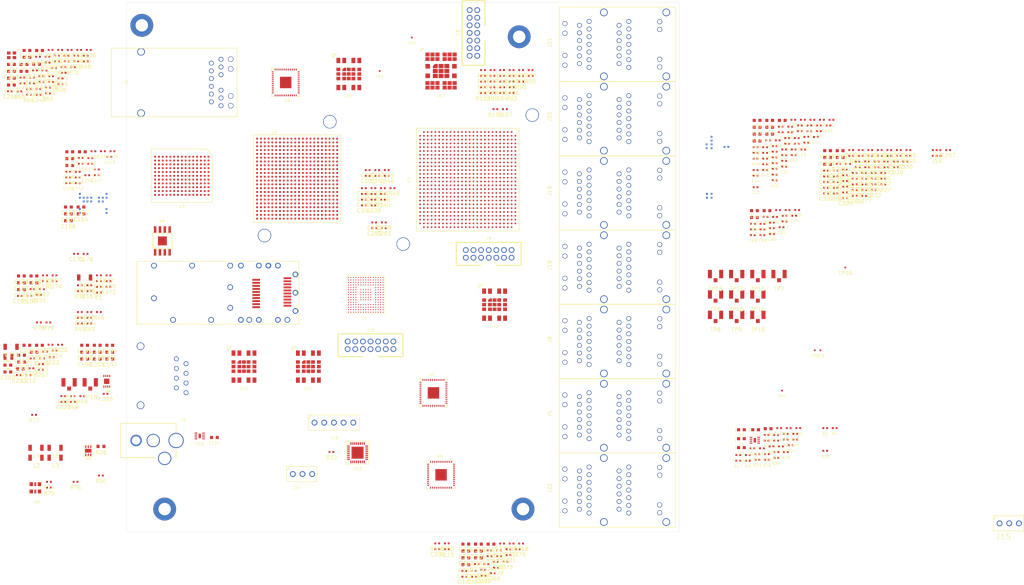
<source format=kicad_pcb>
(kicad_pcb (version 20211014) (generator pcbnew)
  (layers (0 "F.Cu" signal) (1 "In1.Cu" signal) (2 "In2.Cu" signal) (3 "In3.Cu" signal) (4 "In4.Cu" signal) (5 "In5.Cu" signal) (6 "In6.Cu" signal) (31 "B.Cu" signal) (34 "B.Paste" user) (35 "F.Paste" user) (36 "B.SilkS" user "B.Silkscreen") (37 "F.SilkS" user "F.Silkscreen") (38 "B.Mask" user) (39 "F.Mask" user) (44 "Edge.Cuts" user))
  (net 0 "")
  (net 1 "/QSGMII PHY/QSGMII Power/A1V0_VSC_SERDES1")
  (net 17 "/QSGMII PHY/QSGMII Power/A1V0_VSC_SERDES2")
  (net 36 "/QSGMII PHY/QSGMII Power/A2V5_VSC")
  (net 37 "/QSGMII PHY/QSGMII Power/A1V0_VSC")
  (net 319 "/Power Supply/12V0_RAW")
  (net 333 "/GND")
  (net 334 "Net-(R1-Pad1)")
  (net 335 "/Power Supply/1V2_PGOOD")
  (net 336 "/Power Supply/1V0_PGOOD")
  (net 337 "/Power Supply/1V0_EN")
  (net 338 "/Power Supply/1V2_EN")
  (net 339 "/Power Supply/SUPER_SWCLK")
  (net 340 "/Power Supply/SUPER_SWDIO")
  (net 341 "/Power Supply/SUPER_RST_N")
  (net 342 "/Power Supply/SUPER_UART_RX")
  (net 343 "/Power Supply/SUPER_UART_TX")
  (net 344 "/Power Supply/2V5_PGOOD")
  (net 345 "/Power Supply/3V3_PGOOD")
  (net 346 "/Power Supply/1V8_PGOOD")
  (net 347 "/Power Supply/SUPER_BOOT0")
  (net 349 "Net-(R8-Pad1)")
  (net 350 "/Power Supply/2V5_EN")
  (net 351 "Net-(R9-Pad1)")
  (net 352 "/Power Supply/3V3_EN")
  (net 353 "Net-(R10-Pad1)")
  (net 354 "/Power Supply/1V8_EN")
  (net 355 "Net-(C121-Pad1)")
  (net 356 "/FPGA/FPGA_JTAG_TMS")
  (net 357 "/FPGA/FPGA_JTAG_TCK")
  (net 358 "/FPGA/FPGA_JTAG_TDO")
  (net 359 "/FPGA/FPGA_JTAG_TDI")
  (net 360 "/FPGA/GTX_1V2")
  (net 361 "/FPGA/GTX_1V0")
  (net 362 "/FPGA/GTX_1V8")
  (net 363 "/FPGA/FPGA_TDO")
  (net 364 "/Power Supply/ALL_OK")
  (net 365 "/Power Supply/HARD_RESET_REQ")
  (net 366 "/Power Supply/MCU_HEARTBEAT")
  (net 367 "/Power Supply/PWR_OK")
  (net 368 "/Power Supply/PWR_FAIL")
  (net 369 "/Power Supply/12V0_EN")
  (net 370 "/Power Supply/12V0_FUSED")
  (net 371 "/Power Supply/12V0_BLEED")
  (net 372 "Net-(D1-Pad2)")
  (net 373 "Net-(D2-Pad2)")
  (net 374 "Net-(D3-Pad2)")
  (net 375 "Net-(D4-Pad2)")
  (net 376 "/1V8")
  (net 377 "Net-(R1-Pad2)")
  (net 378 "/Management/FAN1_TACH")
  (net 379 "/Management/FAN2_TACH")
  (net 380 "Net-(R5-Pad2)")
  (net 381 "Net-(R10-Pad2)")
  (net 382 "/Power Supply/1V8_IO_EN")
  (net 383 "/3V3")
  (net 384 "/1V0")
  (net 385 "/1V2")
  (net 387 "/1V8_IO")
  (net 388 "/FPGA/QDR SRAM/QDR_WPS_N")
  (net 389 "/FPGA/QDR SRAM/QDR_BWS_2_N")
  (net 390 "/FPGA/QDR SRAM/QDR_BWS_1_N")
  (net 391 "/FPGA/QDR SRAM/QDR_BWS_3_N")
  (net 392 "/FPGA/QDR SRAM/QDR_BWS_0_N")
  (net 393 "/FPGA/QDR SRAM/QDR_D3")
  (net 394 "/FPGA/QDR SRAM/QDR_D2")
  (net 395 "/FPGA/QDR SRAM/QDR_D1")
  (net 396 "/FPGA/QDR SRAM/QDR_D0")
  (net 397 "Net-(R5-Pad1)")
  (net 398 "/FPGA/QDR SRAM/QDR_D18")
  (net 399 "/FPGA/QDR SRAM/QDR_D17")
  (net 400 "/FPGA/QDR SRAM/QDR_D27")
  (net 401 "/FPGA/QDR SRAM/QDR_D19")
  (net 402 "/FPGA/QDR SRAM/QDR_D16")
  (net 403 "/FPGA/QDR SRAM/QDR_D8")
  (net 404 "/FPGA/QDR SRAM/QDR_D28")
  (net 405 "/FPGA/QDR SRAM/QDR_D20")
  (net 406 "/FPGA/QDR SRAM/QDR_D15")
  (net 407 "/FPGA/QDR SRAM/QDR_D7")
  (net 408 "/FPGA/QDR SRAM/QDR_D29")
  (net 409 "/FPGA/QDR SRAM/QDR_D6")
  (net 410 "/FPGA/QDR SRAM/QDR_D21")
  (net 411 "/FPGA/QDR SRAM/QDR_D14")
  (net 412 "/FPGA/QDR SRAM/QDR_D30")
  (net 413 "/FPGA/QDR SRAM/QDR_D22")
  (net 414 "/FPGA/QDR SRAM/QDR_D13")
  (net 415 "/FPGA/QDR SRAM/QDR_D5")
  (net 416 "/FPGA/QDR SRAM/QDR_D31")
  (net 417 "/FPGA/QDR SRAM/QDR_D23")
  (net 418 "/FPGA/QDR SRAM/QDR_D12")
  (net 419 "/FPGA/QDR SRAM/QDR_D4")
  (net 420 "/FPGA/QDR SRAM/QDR_D32")
  (net 421 "/FPGA/QDR SRAM/QDR_D24")
  (net 422 "/FPGA/QDR SRAM/QDR_D11")
  (net 423 "/FPGA/QDR SRAM/QDR_D33")
  (net 424 "/FPGA/QDR SRAM/QDR_D25")
  (net 425 "/FPGA/QDR SRAM/QDR_D10")
  (net 426 "/FPGA/QDR SRAM/QDR_D34")
  (net 427 "/FPGA/QDR SRAM/QDR_D26")
  (net 428 "/FPGA/QDR SRAM/QDR_D9")
  (net 429 "/FPGA/QDR SRAM/QDR_D35")
  (net 430 "/12V0")
  (net 431 "/2V5")
  (net 432 "/FPGA/QDR SRAM/QDR_K_P")
  (net 433 "/FPGA/QDR SRAM/QDR_K_N")
  (net 434 "/FPGA/QDR SRAM/QDR_A10")
  (net 435 "/FPGA/QDR SRAM/QDR_A11")
  (net 436 "/FPGA/QDR SRAM/QDR_A1")
  (net 437 "/FPGA/QDR SRAM/QDR_A5")
  (net 438 "/FPGA/QDR SRAM/QDR_A15")
  (net 439 "/FPGA/QDR SRAM/QDR_A0")
  (net 440 "/FPGA/QDR SRAM/QDR_A4")
  (net 441 "/FPGA/QDR SRAM/QDR_A14")
  (net 442 "/FPGA/QDR SRAM/QDR_A13")
  (net 443 "/FPGA/QDR SRAM/QDR_RPS_N")
  (net 444 "/FPGA/QDR SRAM/QDR_QVLD")
  (net 445 "/FPGA/QDR SRAM/QDR_A12")
  (net 446 "/FPGA/QDR SRAM/QDR_A3")
  (net 447 "/FPGA/QDR SRAM/QDR_A16")
  (net 448 "/FPGA/QDR SRAM/QDR_A17")
  (net 449 "/FPGA/QDR SRAM/QDR_A9")
  (net 450 "/FPGA/QDR SRAM/QDR_A2")
  (net 451 "/FPGA/QDR SRAM/QDR_A7")
  (net 452 "/FPGA/QDR SRAM/QDR_A8")
  (net 453 "/FPGA/QDR SRAM/QDR_A6")
  (net 454 "/FPGA/QDR SRAM/QDR_CQ_P")
  (net 455 "/FPGA/QDR SRAM/QDR_CQ_N")
  (net 456 "/FPGA/QDR SRAM/QDR_A20")
  (net 457 "/FPGA/QDR SRAM/QDR_A19")
  (net 458 "/FPGA/QDR SRAM/QDR_SYSCLK_P")
  (net 459 "/FPGA/QDR SRAM/QDR_SYSCLK_N")
  (net 460 "/FPGA/QDR SRAM/QDR_A18")
  (net 461 "/Power Supply/VTT_EN")
  (net 462 "/FPGA/QDR SRAM/QDR_Q4")
  (net 463 "/FPGA/QDR SRAM/QDR_Q5")
  (net 464 "/FPGA/QDR SRAM/QDR_Q12")
  (net 465 "/FPGA/QDR SRAM/QDR_Q14")
  (net 466 "/FPGA/QDR SRAM/QDR_Q29")
  (net 467 "/FPGA/QDR SRAM/QDR_Q30")
  (net 468 "/FPGA/QDR SRAM/QDR_Q31")
  (net 469 "/FPGA/QDR SRAM/QDR_Q3")
  (net 470 "/FPGA/QDR SRAM/QDR_Q7")
  (net 471 "/FPGA/QDR SRAM/QDR_Q11")
  (net 472 "/FPGA/QDR SRAM/QDR_Q13")
  (net 473 "/FPGA/QDR SRAM/QDR_Q28")
  (net 474 "/FPGA/QDR SRAM/QDR_Q34")
  (net 475 "/FPGA/QDR SRAM/QDR_Q35")
  (net 476 "/FPGA/QDR SRAM/QDR_Q2")
  (net 477 "/FPGA/QDR SRAM/QDR_Q6")
  (net 478 "/FPGA/QDR SRAM/QDR_Q9")
  (net 479 "/FPGA/QDR SRAM/QDR_Q10")
  (net 480 "/FPGA/QDR SRAM/QDR_Q17")
  (net 481 "/FPGA/QDR SRAM/QDR_Q27")
  (net 482 "/FPGA/QDR SRAM/QDR_Q15")
  (net 483 "/FPGA/QDR SRAM/QDR_Q16")
  (net 484 "/FPGA/QDR SRAM/QDR_Q21")
  (net 485 "/FPGA/QDR SRAM/QDR_Q26")
  (net 486 "/FPGA/QDR SRAM/QDR_Q32")
  (net 487 "/FPGA/QDR SRAM/QDR_Q33")
  (net 488 "/FPGA/QDR SRAM/QDR_Q8")
  (net 489 "/FPGA/QDR SRAM/QDR_Q20")
  (net 490 "/FPGA/QDR SRAM/QDR_Q18")
  (net 491 "/FPGA/QDR SRAM/QDR_Q19")
  (net 492 "/FPGA/QDR SRAM/QDR_Q25")
  (net 493 "/FPGA/QDR SRAM/QDR_Q24")
  (net 494 "/FPGA/QDR SRAM/QDR_Q0")
  (net 495 "/FPGA/QDR SRAM/QDR_Q1")
  (net 496 "/FPGA/QDR SRAM/QDR_Q22")
  (net 497 "/FPGA/QDR SRAM/QDR_Q23")
  (net 498 "/3V3_SB")
  (net 499 "/QDR_VTT")
  (net 500 "/QDR_VREF")
  (net 501 "/Power Supply/3V3_SB_PGOOD")
  (net 502 "/Power Supply/1V0_RAW")
  (net 503 "/Power Supply/1V0_SENSE")
  (net 504 "/Power Supply/1V2_RAW")
  (net 505 "/Power Supply/2V5_RAW")
  (net 506 "/Power Supply/3V3_RAW")
  (net 507 "/Power Supply/1V8_RAW")
  (net 508 "/FPGA/QDR SRAM/QDR_ODT")
  (net 509 "/FPGA/FPGA_INIT")
  (net 510 "/FPGA/FPGA_RST_N")
  (net 511 "/FPGA/FPGA_DONE")
  (net 514 "Net-(F1-Pad2)")
  (net 515 "/FPGA/FPGA_FLASH_SCK")
  (net 516 "/Management/VSMPS")
  (net 517 "/Management/VCORE")
  (net 518 "/Management/VDDA")
  (net 519 "/Management/MCU_VSMPS")
  (net 520 "/Management/MCU_JTAG_TDI")
  (net 521 "/Management/MCU_JTAG_TCK")
  (net 522 "/Management/MCU_JTAG_TMS")
  (net 523 "/Management/MCU_UART_TX")
  (net 524 "/Management/MCU_UART_RX")
  (net 525 "/Management/VLXSMPS")
  (net 526 "/Management/MCU_VDDA")
  (net 527 "/Management/MCU_QSPI_DQ3")
  (net 528 "/Management/MCU_QSPI_DQ0")
  (net 529 "/Management/MCU_JTAG_TDO")
  (net 530 "/Management/MCU_BOOT0")
  (net 531 "Net-(J15-Pad2)")
  (net 532 "/Management/TRST")
  (net 533 "/Management/I2C_SCL")
  (net 534 "/Management/I2C_SDA")
  (net 535 "/Management/MCU_QSPI_DQ2")
  (net 536 "/Management/MCU_QSPI_CLK")
  (net 537 "/Management/MCU_QSPI_DQ1")
  (net 538 "/Management/MCU_QSPI_CS_N")
  (net 539 "/MCU_RST_N")
  (net 540 "/Management/RGMII PHY/A2V5")
  (net 541 "/Management/RGMII PHY/A1V2")
  (net 542 "/Management/RGMII PHY/A1V2_PLL")
  (net 543 "/Management/RGMII PHY/ETH_C_N")
  (net 544 "/Management/RGMII PHY/ETH_C_P")
  (net 545 "/Management/RGMII PHY/ETH_B_P")
  (net 546 "/Management/RGMII PHY/ETH_B_N")
  (net 547 "/Management/RGMII PHY/ETH_D_P")
  (net 548 "/Management/RGMII PHY/ETH_D_N")
  (net 549 "/Management/RGMII PHY/ETH_A_N")
  (net 550 "/Management/RGMII PHY/ETH_A_P")
  (net 551 "Net-(J5-Pad14)")
  (net 552 "Net-(J5-Pad16)")
  (net 553 "/Management/ETH_LED1_P")
  (net 554 "/Management/ETH_LED2_P")
  (net 555 "/Management/RGMII PHY/ETH_CLK_25MHZ")
  (net 556 "Net-(R56-Pad2)")
  (net 557 "/Management/RGMII PHY/ETH_LED2_N_1V8")
  (net 558 "/Management/RGMII PHY/ETH_RXD3")
  (net 559 "Net-(U9-Pad27)")
  (net 560 "/Management/RGMII PHY/ETH_RXD2")
  (net 561 "Net-(U9-Pad28)")
  (net 562 "/Management/RGMII PHY/ETH_RXD1")
  (net 563 "Net-(U9-Pad31)")
  (net 564 "/Management/RGMII PHY/ETH_RXD0")
  (net 565 "Net-(U9-Pad32)")
  (net 566 "/Management/RGMII PHY/ETH_RX_DV")
  (net 567 "Net-(U9-Pad33)")
  (net 568 "/Management/RGMII PHY/ETH_RX_CLK")
  (net 569 "Net-(U9-Pad35)")
  (net 570 "Net-(U9-Pad48)")
  (net 571 "/Management/RGMII PHY/ETH_LED1_N_1V8")
  (net 572 "/Management/RGMII PHY/1V8")
  (net 573 "Net-(U9-Pad41)")
  (net 574 "/Management/RGMII PHY/ETH_MDIO")
  (net 575 "/Management/MCU_IRQ")
  (net 576 "/FPGA/QDR SRAM/FPGA_FLASH_DQ3")
  (net 577 "/FPGA/QDR SRAM/FPGA_FLASH_DQ2")
  (net 578 "/FPGA/QDR SRAM/FPGA_FLASH_DQ0")
  (net 579 "/FPGA/QDR SRAM/FPGA_FLASH_DQ1")
  (net 580 "/Management/RGMII PHY/DCI_VRN_34")
  (net 581 "/Management/RGMII PHY/RGMII_TXD3")
  (net 582 "/Management/RGMII PHY/RGMII_TXD2")
  (net 583 "/FPGA/QDR SRAM/FPGA_FLASH_CS_N")
  (net 584 "/Management/RGMII PHY/ETH_RST_N")
  (net 585 "/Management/RGMII PHY/RGMII_TXD1")
  (net 586 "/Management/RGMII PHY/RGMII_TXD0")
  (net 587 "/Management/RGMII PHY/ETH_MDC")
  (net 588 "/Management/RGMII PHY/RGMII_TX_CLK")
  (net 589 "/Management/RGMII PHY/RGMII_TX_EN")
  (net 590 "/Management/RGMII PHY/CLK_125_P")
  (net 591 "/Management/RGMII PHY/CLK_125_N")
  (net 592 "/Management/RGMII PHY/DCI_VRP_34")
  (net 593 "/Management/MCU_JTAG_TRST")
  (net 594 "Net-(C229-Pad2)")
  (net 595 "Net-(C235-Pad2)")
  (net 596 "Net-(C236-Pad2)")
  (net 597 "Net-(C237-Pad2)")
  (net 598 "Net-(C238-Pad2)")
  (net 599 "/Management/RS232_TX_RJ45")
  (net 600 "/Management/RS232_RX_RJ45")
  (net 601 "/Management/RS232_TX")
  (net 602 "/Management/RS232_RX")
  (net 603 "Net-(R43-Pad2)")
  (net 604 "Net-(R44-Pad2)")
  (net 605 "Net-(R45-Pad2)")
  (net 606 "Net-(R46-Pad2)")
  (net 607 "/Management/FPGA_SYSCLK_N")
  (net 608 "/Management/FPGA_SYSCLK_P")
  (net 609 "Net-(R76-Pad2)")
  (net 610 "Net-(R47-Pad2)")
  (net 611 "Net-(R50-Pad2)")
  (net 612 "/Management/FAN1_PWM")
  (net 613 "/Management/FAN2_PWM")
  (net 615 "/QSGMII PHY/ETH0_D0_N")
  (net 616 "/QSGMII PHY/ETH0_D0_P")
  (net 617 "/QSGMII PHY/ETH0_D1_N")
  (net 618 "/QSGMII PHY/ETH0_D1_P")
  (net 619 "/QSGMII PHY/ETH0_D2_N")
  (net 620 "/QSGMII PHY/ETH0_D2_P")
  (net 621 "/QSGMII PHY/ETH0_D3_N")
  (net 622 "/QSGMII PHY/ETH0_D3_P")
  (net 623 "/QSGMII PHY/ETH1_D0_N")
  (net 624 "/QSGMII PHY/ETH1_D0_P")
  (net 625 "/QSGMII PHY/ETH1_D1_N")
  (net 626 "/QSGMII PHY/ETH1_D1_P")
  (net 627 "/QSGMII PHY/ETH1_D2_N")
  (net 628 "/QSGMII PHY/ETH1_D2_P")
  (net 629 "/QSGMII PHY/ETH1_D3_N")
  (net 630 "/QSGMII PHY/ETH1_D3_P")
  (net 631 "/QSGMII PHY/ETH2_D0_N")
  (net 632 "/QSGMII PHY/ETH2_D0_P")
  (net 633 "/QSGMII PHY/ETH2_D1_N")
  (net 634 "/QSGMII PHY/ETH2_D1_P")
  (net 635 "/QSGMII PHY/ETH2_D2_N")
  (net 636 "/QSGMII PHY/ETH2_D2_P")
  (net 637 "/QSGMII PHY/ETH2_D3_N")
  (net 638 "/QSGMII PHY/ETH2_D3_P")
  (net 639 "/QSGMII PHY/ETH3_D0_N")
  (net 640 "/QSGMII PHY/ETH3_D0_P")
  (net 641 "/QSGMII PHY/ETH3_D1_N")
  (net 642 "/QSGMII PHY/ETH3_D1_P")
  (net 643 "/QSGMII PHY/ETH3_D2_N")
  (net 644 "/QSGMII PHY/ETH3_D2_P")
  (net 645 "/QSGMII PHY/ETH3_D3_N")
  (net 646 "/QSGMII PHY/ETH3_D3_P")
  (net 647 "/QSGMII PHY/ETH4_D0_N")
  (net 648 "/QSGMII PHY/ETH4_D0_P")
  (net 649 "/QSGMII PHY/ETH4_D1_N")
  (net 650 "/QSGMII PHY/ETH4_D1_P")
  (net 651 "/QSGMII PHY/ETH4_D2_N")
  (net 652 "/QSGMII PHY/ETH4_D2_P")
  (net 653 "/QSGMII PHY/ETH4_D3_N")
  (net 654 "/QSGMII PHY/ETH4_D3_P")
  (net 655 "/QSGMII PHY/ETH5_D0_N")
  (net 656 "/QSGMII PHY/ETH5_D0_P")
  (net 657 "/QSGMII PHY/ETH5_D1_N")
  (net 658 "/QSGMII PHY/ETH5_D1_P")
  (net 659 "/QSGMII PHY/ETH5_D2_N")
  (net 660 "/QSGMII PHY/ETH5_D2_P")
  (net 661 "/QSGMII PHY/ETH5_D3_N")
  (net 662 "/QSGMII PHY/ETH5_D3_P")
  (net 663 "/QSGMII PHY/ETH6_D0_N")
  (net 664 "/QSGMII PHY/ETH6_D0_P")
  (net 665 "/QSGMII PHY/ETH6_D1_N")
  (net 666 "/QSGMII PHY/ETH6_D1_P")
  (net 667 "/QSGMII PHY/ETH6_D2_N")
  (net 668 "/QSGMII PHY/ETH6_D2_P")
  (net 669 "/QSGMII PHY/ETH6_D3_N")
  (net 670 "/QSGMII PHY/ETH6_D3_P")
  (net 671 "/QSGMII PHY/ETH7_D0_N")
  (net 672 "/QSGMII PHY/ETH7_D0_P")
  (net 673 "/QSGMII PHY/ETH7_D1_N")
  (net 674 "/QSGMII PHY/ETH7_D1_P")
  (net 675 "/QSGMII PHY/ETH7_D2_N")
  (net 676 "/QSGMII PHY/ETH7_D2_P")
  (net 677 "/QSGMII PHY/ETH7_D3_N")
  (net 678 "/QSGMII PHY/ETH7_D3_P")
  (net 679 "/QSGMII PHY/ETH8_D0_N")
  (net 680 "/QSGMII PHY/ETH8_D0_P")
  (net 681 "/QSGMII PHY/ETH8_D1_N")
  (net 682 "/QSGMII PHY/ETH8_D1_P")
  (net 683 "/QSGMII PHY/ETH8_D2_N")
  (net 684 "/QSGMII PHY/ETH8_D2_P")
  (net 685 "/QSGMII PHY/ETH8_D3_N")
  (net 686 "/QSGMII PHY/ETH8_D3_P")
  (net 687 "/QSGMII PHY/ETH9_D0_N")
  (net 688 "/QSGMII PHY/ETH9_D0_P")
  (net 689 "/QSGMII PHY/ETH9_D1_N")
  (net 690 "/QSGMII PHY/ETH9_D1_P")
  (net 691 "/QSGMII PHY/ETH9_D2_N")
  (net 692 "/QSGMII PHY/ETH9_D2_P")
  (net 693 "/QSGMII PHY/ETH9_D3_N")
  (net 694 "/QSGMII PHY/ETH9_D3_P")
  (net 695 "/QSGMII PHY/ETH10_D0_N")
  (net 696 "/QSGMII PHY/ETH10_D0_P")
  (net 697 "/QSGMII PHY/ETH10_D1_N")
  (net 698 "/QSGMII PHY/ETH10_D1_P")
  (net 699 "/QSGMII PHY/ETH10_D2_N")
  (net 700 "/QSGMII PHY/ETH10_D2_P")
  (net 701 "/QSGMII PHY/ETH10_D3_N")
  (net 702 "/QSGMII PHY/ETH10_D3_P")
  (net 703 "/QSGMII PHY/ETH11_D0_N")
  (net 704 "/QSGMII PHY/ETH11_D0_P")
  (net 705 "/QSGMII PHY/ETH11_D1_N")
  (net 706 "/QSGMII PHY/ETH11_D1_P")
  (net 707 "/QSGMII PHY/ETH11_D2_N")
  (net 708 "/QSGMII PHY/ETH11_D2_P")
  (net 709 "/QSGMII PHY/ETH11_D3_N")
  (net 710 "/QSGMII PHY/ETH11_D3_P")
  (net 711 "/QSGMII PHY/SFP_TX_FAULT")
  (net 712 "/QSGMII PHY/SFP_TX_DISABLE")
  (net 713 "/QSGMII PHY/SFP_I2C_SDA")
  (net 714 "/QSGMII PHY/SFP_I2C_SCL")
  (net 715 "/QSGMII PHY/SFP_MOD_ABS")
  (net 716 "/QSGMII PHY/SFP_RS0")
  (net 717 "/QSGMII PHY/SFP_RX_LOS")
  (net 718 "/QSGMII PHY/SFP_RS1")
  (net 719 "/QSGMII PHY/SFP_RX_N")
  (net 720 "/QSGMII PHY/SFP_RX_P")
  (net 721 "/QSGMII PHY/SFP_VDD_RX")
  (net 722 "/QSGMII PHY/SFP_VDD_TX")
  (net 723 "/QSGMII PHY/SFP_TX_P")
  (net 724 "/QSGMII PHY/SFP_TX_N")
  (net 725 "Net-(C258-Pad1)")
  (net 726 "Net-(C258-Pad2)")
  (net 727 "Net-(C259-Pad1)")
  (net 728 "Net-(C260-Pad1)")
  (net 729 "Net-(C260-Pad2)")
  (net 730 "Net-(C261-Pad1)")
  (net 731 "/QSGMII PHY/QSGMII_0_TX_P")
  (net 732 "/QSGMII PHY/QSGMII_0_TX_AC_P")
  (net 733 "/QSGMII PHY/QSGMII_0_TX_N")
  (net 734 "/QSGMII PHY/QSGMII_0_TX_AC_N")
  (net 735 "/QSGMII PHY/QSGMII_0_RX_P")
  (net 736 "/QSGMII PHY/QSGMII_0_RX_AC_P")
  (net 737 "/QSGMII PHY/QSGMII_0_RX_N")
  (net 738 "/QSGMII PHY/QSGMII_0_RX_AC_N")
  (net 739 "/QSGMII PHY/QSGMII_1_TX_P")
  (net 740 "/QSGMII PHY/QSGMII_1_TX_AC_P")
  (net 741 "/QSGMII PHY/QSGMII_1_TX_N")
  (net 742 "/QSGMII PHY/QSGMII_1_TX_AC_N")
  (net 755 "/QSGMII PHY/GTX_REFCLK_156M25_N")
  (net 756 "/QSGMII PHY/GTX_REFCLK_156M25_P")
  (net 757 "/QSGMII PHY/QSGMII_1_RX_N")
  (net 758 "/QSGMII PHY/QSGMII_1_RX_P")
  (net 759 "/QSGMII PHY/QSGMII_2_TX_N")
  (net 760 "/QSGMII PHY/QSGMII_2_TX_P")
  (net 761 "/QSGMII PHY/GTX_REFCLK_SPARE_N")
  (net 762 "/QSGMII PHY/GTX_REFCLK_SPARE_P")
  (net 763 "/QSGMII PHY/QSGMII_2_RX_N")
  (net 764 "/QSGMII PHY/QSGMII_2_RX_P")
  (net 765 "Net-(U2-PadH1)")
  (net 766 "Net-(U2-PadH2)")
  (net 767 "/QSGMII PHY/QSGMII_1_RX_AC_P")
  (net 768 "/QSGMII PHY/QSGMII_1_RX_AC_N")
  (net 769 "/QSGMII PHY/QSGMII_2_TX_AC_P")
  (net 770 "/QSGMII PHY/QSGMII_2_TX_AC_N")
  (net 771 "/QSGMII PHY/QSGMII_2_RX_AC_P")
  (net 772 "/QSGMII PHY/QSGMII_2_RX_AC_N")
  (net 773 "/QSGMII PHY/PHY0_LED0_N")
  (net 774 "/QSGMII PHY/PHY1_LED0_N")
  (net 775 "/QSGMII PHY/PHY2_LED0_N")
  (net 776 "/QSGMII PHY/PHY3_LED0_N")
  (net 777 "/QSGMII PHY/PHY4_LED0_N")
  (net 778 "/QSGMII PHY/PHY5_LED0_N")
  (net 779 "/QSGMII PHY/PHY6_LED0_N")
  (net 780 "/QSGMII PHY/PHY7_LED0_N")
  (net 781 "/QSGMII PHY/PHY8_LED0_N")
  (net 782 "/QSGMII PHY/PHY9_LED0_N")
  (net 783 "/QSGMII PHY/PHY10_LED0_N")
  (net 784 "/QSGMII PHY/PHY11_LED0_N")
  (net 785 "Net-(U1-PadAA1)")
  (net 786 "Net-(U1-PadAA2)")
  (net 787 "Net-(U1-PadAA3)")
  (net 788 "Net-(U1-PadR4)")
  (net 789 "Net-(U1-PadT1)")
  (net 790 "Net-(U1-PadT2)")
  (net 791 "Net-(U1-PadT3)")
  (net 792 "Net-(U1-PadT4)")
  (net 793 "Net-(U1-PadU1)")
  (net 794 "Net-(U1-PadU2)")
  (net 795 "Net-(U1-PadU3)")
  (net 796 "Net-(U1-PadU4)")
  (net 797 "Net-(U1-PadV1)")
  (net 798 "Net-(U1-PadV2)")
  (net 799 "Net-(U1-PadV3)")
  (net 800 "Net-(U1-PadV4)")
  (net 801 "Net-(U1-PadW1)")
  (net 802 "Net-(U1-PadW2)")
  (net 803 "Net-(U1-PadW3)")
  (net 804 "Net-(U1-PadW4)")
  (net 805 "Net-(U1-PadY1)")
  (net 806 "Net-(U1-PadY2)")
  (net 807 "Net-(U1-PadY3)")
  (net 808 "Net-(U1-PadY4)")
  (net 809 "/QSGMII PHY/PHY0_LED1_N")
  (net 810 "/QSGMII PHY/PHY1_LED1_N")
  (net 811 "/QSGMII PHY/PHY2_LED1_N")
  (net 812 "/QSGMII PHY/PHY3_LED1_N")
  (net 813 "/QSGMII PHY/PHY4_LED1_N")
  (net 814 "/QSGMII PHY/PHY5_LED1_N")
  (net 815 "/QSGMII PHY/PHY6_LED1_N")
  (net 816 "/QSGMII PHY/PHY7_LED1_N")
  (net 817 "/QSGMII PHY/PHY8_LED1_N")
  (net 818 "/QSGMII PHY/PHY9_LED1_N")
  (net 819 "/QSGMII PHY/PHY10_LED1_N")
  (net 820 "/QSGMII PHY/PHY11_LED1_N")
  (net 821 "/QSGMII PHY/VSC_RST_N")
  (net 822 "/QSGMII PHY/VSC_POWERDOWN")
  (net 823 "/QSGMII PHY/VSC_CLKOUT_1")
  (net 824 "/QSGMII PHY/VSC_CLKOUT_0")
  (net 825 "Net-(U1-PadAE22)")
  (net 826 "/QSGMII PHY/VSC_MDIO")
  (net 827 "/QSGMII PHY/VSC_MDC")
  (net 828 "Net-(U1-PadAF22)")
  (net 829 "/QSGMII PHY/VSC_JTAG_TCK")
  (net 830 "/QSGMII PHY/VSC_JTAG_TDI")
  (net 831 "/QSGMII PHY/VSC_JTAG_TDO")
  (net 832 "/QSGMII PHY/VSC_JTAG_TMS")
  (net 833 "Net-(U1-PadD21)")
  (net 834 "Net-(U1-PadE13)")
  (net 835 "Net-(U1-PadE14)")
  (net 836 "Net-(U1-PadK4)")
  (net 837 "Net-(U1-PadK23)")
  (net 838 "Net-(U1-PadL4)")
  (net 839 "Net-(U1-PadL23)")
  (net 840 "/QSGMII PHY/VSC_FAST_STATUS")
  (net 841 "/QSGMII PHY/VSC_MDINT")
  (net 909 "/CHGND")
  (net 910 "/SGMII PHYs/ETH13_D_N")
  (net 911 "/SGMII PHYs/ETH13_C_P")
  (net 912 "/SGMII PHYs/ETH13_B_N")
  (net 913 "/SGMII PHYs/ETH13_A_P")
  (net 914 "/SGMII PHYs/ETH13_D_P")
  (net 915 "/SGMII PHYs/ETH13_C_N")
  (net 916 "/SGMII PHYs/ETH13_B_P")
  (net 917 "/SGMII PHYs/ETH13_A_N")
  (net 918 "/SGMII PHYs/ETH12_A_N")
  (net 919 "/SGMII PHYs/ETH12_B_N")
  (net 920 "/SGMII PHYs/ETH12_C_P")
  (net 921 "/SGMII PHYs/ETH12_D_N")
  (net 922 "/SGMII PHYs/ETH12_B_P")
  (net 923 "/SGMII PHYs/ETH12_C_N")
  (net 924 "/SGMII PHYs/ETH12_D_P")
  (net 925 "Net-(R115-Pad1)")
  (net 926 "/SGMII PHYs/PHY_CLK_25MHZ_0")
  (net 927 "Net-(R116-Pad1)")
  (net 928 "/SGMII PHYs/PHY_CLK_25MHZ_1")
  (net 929 "/SGMII PHYs/DP_A2V5")
  (net 930 "/SGMII PHYs/DP_A1V8")
  (net 931 "/SGMII PHYs/DP_CLKOUT1")
  (net 932 "/SGMII PHYs/ETH12_A_P")
  (net 933 "Net-(U6-Pad12)")
  (net 934 "/SGMII PHYs/DP_MDC")
  (net 935 "/SGMII PHYs/DP_MDIO")
  (net 936 "/SGMII PHYs/DP_CLKOUT0")
  (net 937 "/SGMII PHYs/ETH12_SGMII_TX_P")
  (net 938 "/SGMII PHYs/ETH12_SGMII_TX_N")
  (net 939 "/SGMII PHYs/ETH12_SGMII_CLKOUT_P")
  (net 940 "/SGMII PHYs/ETH12_SGMII_CLKOUT_N")
  (net 941 "/SGMII PHYs/ETH12_SGMII_RX_P")
  (net 942 "/SGMII PHYs/ETH12_SGMII_RX_N")
  (net 943 "/SGMII PHYs/ETH12_RX_CTRL_STRAP")
  (net 944 "/SGMII PHYs/ETH12_RST_N")
  (net 945 "/SGMII PHYs/ETH12_INT_N")
  (net 946 "/SGMII PHYs/D1V8")
  (net 947 "/SGMII PHYs/ETH13_INT_N")
  (net 948 "/SGMII PHYs/ETH13_RST_N")
  (net 949 "Net-(U2-PadT6)")
  (net 950 "Net-(U2-PadT14)")
  (net 951 "Net-(U5-Pad12)")
  (net 952 "/SGMII PHYs/ETH13_SGMII_TX_P")
  (net 953 "/SGMII PHYs/ETH13_SGMII_TX_N")
  (net 954 "/SGMII PHYs/ETH13_SGMII_CLKOUT_P")
  (net 955 "/SGMII PHYs/ETH13_SGMII_CLKOUT_N")
  (net 956 "/SGMII PHYs/ETH13_SGMII_RX_P")
  (net 957 "/SGMII PHYs/ETH13_SGMII_RX_N")
  (net 958 "/SGMII PHYs/ETH13_RX_CTRL_STRAP")
  (footprint "azonenberg_pcb:EIA_0402_CAP_NOSILK" (layer "F.Cu") (at 24.58 33.45)
    (fp_text reference "C235")
    (fp_text value "0.1 uF" hide)
  )
  (footprint "azonenberg_pcb:EIA_0402_RES_NOSILK" (layer "F.Cu") (at 27.25 102.27)
    (fp_text reference "R40")
    (fp_text value "330" hide)
  )
  (footprint "azonenberg_pcb:EIA_0402_CAP_NOSILK" (layer "F.Cu") (at 104.25 72.75)
    (fp_text reference "C340")
    (fp_text value "0.1 uF" hide)
  )
  (footprint "azonenberg_pcb:EIA_0402_RES_NOSILK" (layer "F.Cu") (at 202.46 141.05)
    (fp_text reference "R23")
    (fp_text value "1K" hide)
  )
  (footprint "azonenberg_pcb:EIA_0402_CAP_NOSILK" (layer "F.Cu") (at 13 38.85)
    (fp_text reference "C239")
    (fp_text value "0.47 uF" hide)
  )
  (footprint "azonenberg_pcb:EIA_0402_CAP_NOSILK" (layer "F.Cu") (at 130.6 171.45)
    (fp_text reference "C380")
    (fp_text value "0.47 uF" hide)
  )
  (footprint "azonenberg_pcb:EIA_0402_CAP_NOSILK" (layer "F.Cu") (at 105.25 66.5)
    (fp_text reference "C348")
    (fp_text value "0.1 uF" hide)
  )
  (footprint "azonenberg_pcb:EIA_0603_CAP_NOSILK" (layer "F.Cu") (at 126 166.8)
    (fp_text reference "C362")
    (fp_text value "4.7 uF" hide)
  )
  (footprint "azonenberg_pcb:CONN_RJ45_BELFUSE_0845-2R1T-E4" (layer "F.Cu") (at 174 129.5 90)
    (fp_text reference "J4")
    (fp_text value "BEL_FUSE_0845-2R1T-E4" hide)
  )
  (footprint "azonenberg_pcb:EIA_0402_RES_NOSILK" (layer "F.Cu") (at 23.8 36.45)
    (fp_text reference "R56")
    (fp_text value "33" hide)
  )
  (footprint "azonenberg_pcb:EIA_0402_CAP_NOSILK" (layer "F.Cu") (at 233.78 64.25)
    (fp_text reference "C291")
    (fp_text value "0.47 uF" hide)
  )
  (footprint "azonenberg_pcb:EIA_0402_CAP_NOSILK" (layer "F.Cu") (at 14.81 96.25)
    (fp_text reference "C192")
    (fp_text value "0.47 uF" hide)
  )
  (footprint "azonenberg_pcb:EIA_0603_CAP_NOSILK" (layer "F.Cu") (at 10.88 35.4)
    (fp_text reference "C244")
    (fp_text value "4.7 uF" hide)
  )
  (footprint "azonenberg_pcb:BGA_201_10x10_DEPOP_0.65MM_OSHPARK" (layer "F.Cu") (at 99.75 97.750002)
    (fp_text reference "U4")
    (fp_text value "STM32H735-UFBGA176-25" hide)
  )
  (footprint "azonenberg_pcb:EIA_0402_RES_NOSILK" (layer "F.Cu") (at 130.5 40.25)
    (fp_text reference "R95")
    (fp_text value "470" hide)
  )
  (footprint "azonenberg_pcb:EIA_0603_CAP_NOSILK" (layer "F.Cu") (at 26 111)
    (fp_text reference "C193")
    (fp_text value "4.7 uF" hide)
  )
  (footprint "azonenberg_pcb:EIA_0402_CAP_NOSILK" (layer "F.Cu") (at 217.799999 56.300001)
    (fp_text reference "C14")
    (fp_text value "0.47 uF" hide)
  )
  (footprint "azonenberg_pcb:EIA_0402_RES_NOSILK" (layer "F.Cu") (at 32.25 92.65)
    (fp_text reference "R37")
    (fp_text value "0" hide)
  )
  (footprint "azonenberg_pcb:EIA_0402_CAP_NOSILK" (layer "F.Cu") (at 15.61 92.65)
    (fp_text reference "C183")
    (fp_text value "0.47 uF" hide)
  )
  (footprint "azonenberg_pcb:EIA_0402_CAP_NOSILK" (layer "F.Cu") (at 25 61.85)
    (fp_text reference "C134")
    (fp_text value "0.47 uF" hide)
  )
  (footprint "azonenberg_pcb:CONN_RJ45_BELFUSE_0845-2R1T-E4" (layer "F.Cu") (at 174.0075 90.5 90)
    (fp_text reference "J18")
    (fp_text value "BEL_FUSE_0845-2R1T-E4" hide)
  )
  (footprint "azonenberg_pcb:EIA_0402_CAP_NOSILK" (layer "F.Cu") (at 219.400001 51.800001)
    (fp_text reference "C50")
    (fp_text value "0.47 uF" hide)
  )
  (footprint "azonenberg_pcb:EIA_0402_CAP_NOSILK" (layer "F.Cu") (at 207 66.200002)
    (fp_text reference "C54")
    (fp_text value "0.47 uF" hide)
  )
  (footprint "azonenberg_pcb:EIA_0402_CAP_NOSILK" (layer "F.Cu") (at 18.11 94.15)
    (fp_text reference "C179")
    (fp_text value "0.47 uF" hide)
  )
  (footprint "azonenberg_pcb:EIA_0402_RES_NOSILK" (layer "F.Cu") (at 135.5 40.25)
    (fp_text reference "R98")
    (fp_text value "470" hide)
  )
  (footprint "azonenberg_pcb:EIA_0402_CAP_NOSILK" (layer "F.Cu") (at 204.5 65)
    (fp_text reference "C41")
    (fp_text value "0.47 uF" hide)
  )
  (footprint "azonenberg_pcb:EIA_0402_CAP_NOSILK" (layer "F.Cu") (at 252.5 59.75)
    (fp_text reference "C257")
    (fp_text value "0.47 uF" hide)
  )
  (footprint "azonenberg_pcb:EIA_0402_CAP_NOSILK" (layer "F.Cu") (at 133.1 170.85)
    (fp_text reference "C366")
    (fp_text value "0.47 uF" hide)
  )
  (footprint "azonenberg_pcb:EIA_0402_CAP_NOSILK" (layer "F.Cu") (at 211.1 55.100001)
    (fp_text reference "C51")
    (fp_text value "0.47 uF" hide)
  )
  (footprint "azonenberg_pcb:EIA_0402_CAP_NOSILK" (layer "F.Cu") (at 101.97 80.25)
    (fp_text reference "C259")
    (fp_text value "0.1 uF" hide)
  )
  (footprint "azonenberg_pcb:EIA_0402_CAP_NOSILK" (layer "F.Cu") (at 140.5 163.05)
    (fp_text reference "C368")
    (fp_text value "0.47 uF" hide)
  )
  (footprint "azonenberg_pcb:EIA_0603_CAP_NOSILK" (layer "F.Cu") (at 25.05 74.7)
    (fp_text reference "C165")
    (fp_text value "4.7 uF" hide)
  )
  (footprint "azonenberg_pcb:EIA_0402_CAP_NOSILK" (layer "F.Cu") (at 206.3 81.800001)
    (fp_text reference "C83")
    (fp_text value "0.47 uF" hide)
  )
  (footprint "azonenberg_pcb:EIA_0402_CAP_NOSILK" (layer "F.Cu") (at 228.78 62.75)
    (fp_text reference "C281")
    (fp_text value "0.47 uF" hide)
  )
  (footprint "azonenberg_pcb:EIA_0402_CAP_NOSILK" (layer "F.Cu") (at 31.5 123.75)
    (fp_text reference "C226")
    (fp_text value "0.1 uF" hide)
  )
  (footprint "azonenberg_pcb:EIA_0603_CAP_NOSILK" (layer "F.Cu") (at 32.6 114.6)
    (fp_text reference "C197")
    (fp_text value "4.7 uF" hide)
  )
  (footprint "azonenberg_pcb:EIA_0402_CAP_NOSILK" (layer "F.Cu") (at 16.28 35.25)
    (fp_text reference "C237")
    (fp_text value "0.1 uF" hide)
  )
  (footprint "azonenberg_pcb:EIA_0402_CAP_NOSILK" (layer "F.Cu") (at 221.900001 51.800001)
    (fp_text reference "C12")
    (fp_text value "0.47 uF" hide)
  )
  (footprint "azonenberg_pcb:EIA_0603_CAP_NOSILK" (layer "F.Cu") (at 132.6 163.2)
    (fp_text reference "C363")
    (fp_text value "4.7 uF" hide)
  )
  (footprint "azonenberg_pcb:EIA_0402_CAP_NOSILK" (layer "F.Cu") (at 102.75 66.5)
    (fp_text reference "C346")
    (fp_text value "0.1 uF" hide)
  )
  (footprint "azonenberg_pcb:XILINX_JTAG_PTH_MOLEX_0878311420" (layer "F.Cu") (at 128 29 90)
    (fp_text reference "J3")
    (fp_text value "XILINX_JTAG" hide)
  )
  (footprint "azonenberg_pcb:EIA_0603_CAP_NOSILK" (layer "F.Cu") (at 29.3 112.8)
    (fp_text reference "C195")
    (fp_text value "4.7 uF" hide)
  )
  (footprint "azonenberg_pcb:MECHANICAL_CLEARANCEHOLE_4_40" (layer "F.Cu") (at 141 154)
    (fp_text reference "M3" hide)
    (fp_text value "SCREWHOLE" hide)
  )
  (footprint "azonenberg_pcb:EIA_0402_RES_NOSILK" (layer "F.Cu") (at 22.9 124.35)
    (fp_text reference "R51")
    (fp_text value "4.7K" hide)
  )
  (footprint "azonenberg_pcb:EIA_0402_CAP_NOSILK" (layer "F.Cu") (at 29.2 66.35)
    (fp_text reference "C147")
    (fp_text value "0.47 uF" hide)
  )
  (footprint "azonenberg_pcb:EIA_0402_CAP_NOSILK" (layer "F.Cu") (at 18.8 36.45)
    (fp_text reference "C254")
    (fp_text value "0.47 uF" hide)
  )
  (footprint "azonenberg_pcb:EIA_0402_RES_NOSILK" (layer "F.Cu") (at 118.5 163)
    (fp_text reference "R116")
    (fp_text value "33" hide)
  )
  (footprint "azonenberg_pcb:CONN_U.FL_TE_1909763-1" (layer "F.Cu") (at 202.6 92.4)
    (fp_text reference "TP11")
    (fp_text value "U.FL" hide)
  )
  (footprint "azonenberg_pcb:EIA_0402_CAP_NOSILK" (layer "F.Cu") (at 102.75 65)
    (fp_text reference "C347")
    (fp_text value "0.1 uF" hide)
  )
  (footprint "azonenberg_pcb:EIA_0402_CAP_NOSILK" (layer "F.Cu") (at 18.16 112.35)
    (fp_text reference "C224")
    (fp_text value "0.47 uF" hide)
  )
  (footprint "azonenberg_pcb:EIA_0402_CAP_NOSILK" (layer "F.Cu") (at 207 61.700001)
    (fp_text reference "C65")
    (fp_text value "0.47 uF" hide)
  )
  (footprint "azonenberg_pcb:EIA_0402_RES_NOSILK" (layer "F.Cu") (at 19.7 42.45)
    (fp_text reference "R58")
    (fp_text value "33" hide)
  )
  (footprint "azonenberg_pcb:EIA_0402_RES_NOSILK" (layer "F.Cu") (at 133 38.75)
    (fp_text reference "R100")
    (fp_text value "470" hide)
  )
  (footprint "azonenberg_pcb:EIA_0603_CAP_NOSILK" (layer "F.Cu") (at 6.8 39.07)
    (fp_text reference "C243")
    (fp_text value "4.7 uF" hide)
  )
  (footprint "azonenberg_pcb:EIA_0402_CAP_NOSILK" (layer "F.Cu") (at 11.51 98.05)
    (fp_text reference "C189")
    (fp_text value "0.47 uF" hide)
  )
  (footprint "azonenberg_pcb:CONN_RJ45_BELFUSE_0845-2R1T-E4" (layer "F.Cu") (at 174.0075 32 90)
    (fp_text reference "J21")
    (fp_text value "BEL_FUSE_0845-2R1T-E4" hide)
  )
  (footprint "azonenberg_pcb:EIA_0402_CAP_NOSILK" (layer "F.Cu") (at 207 63.200002)
    (fp_text reference "C38")
    (fp_text value "0.47 uF" hide)
  )
  (footprint "azonenberg_pcb:EIA_0402_RES_NOSILK" (layer "F.Cu") (at 22.08 33.45)
    (fp_text reference "R57")
    (fp_text value "1K" hide)
  )
  (footprint "azonenberg_pcb:BGA_484_22x22_FULLARRAY_1MM" (layer "F.Cu") (at 81.75 67.250002 180)
    (fp_text reference "U2")
    (fp_text value "XC7K160T-2FBG484C" hide)
  )
  (footprint "azonenberg_pcb:EIA_0402_CAP_NOSILK" (layer "F.Cu") (at 101.75 71.25)
    (fp_text reference "C335")
    (fp_text value "0.1 uF" hide)
  )
  (footprint "azonenberg_pcb:EIA_0402_CAP_NOSILK" (layer "F.Cu") (at 220.48 68.15)
    (fp_text reference "C276")
    (fp_text value "0.47 uF" hide)
  )
  (footprint "azonenberg_pcb:EIA_0402_CAP_NOSILK" (layer "F.Cu") (at 17.36 114.15)
    (fp_text reference "C223")
    (fp_text value "0.47 uF" hide)
  )
  (footprint "azonenberg_pcb:EIA_0402_CAP_NOSILK" (layer "F.Cu") (at 232.98 70.25)
    (fp_text reference "C332")
    (fp_text value "0.47 uF" hide)
  )
  (footprint "azonenberg_pcb:EIA_0402_CAP_NOSILK" (layer "F.Cu") (at 101.75 72.75)
    (fp_text reference "C336")
    (fp_text value "0.1 uF" hide)
  )
  (footprint "azonenberg_pcb:EIA_0603_CAP_NOSILK" (layer "F.Cu") (at 202.4 57.350001)
    (fp_text reference "C29")
    (fp_text value "4.7 uF" hide)
  )
  (footprint "azonenberg_pcb:EIA_0603_CAP_NOSILK" (layer "F.Cu") (at 13.4 37.2)
    (fp_text reference "C233")
    (fp_text value "4.7 uF" hide)
  )
  (footprint "azonenberg_pcb:EIA_0402_CAP_NOSILK" (layer "F.Cu") (at 99.25 72.75)
    (fp_text reference "C343")
    (fp_text value "0.1 uF" hide)
  )
  (footprint "azonenberg_pcb:EIA_0402_CAP_NOSILK" (layer "F.Cu") (at 21.7 66.95)
    (fp_text reference "C130")
    (fp_text value "0.47 uF" hide)
  )
  (footprint "azonenberg_pcb:EIA_0402_CAP_NOSILK" (layer "F.Cu") (at 104.25 69.75)
    (fp_text reference "C342")
    (fp_text value "0.1 uF" hide)
  )
  (footprint "azonenberg_pcb:EIA_0402_CAP_NOSILK" (layer "F.Cu") (at 26.7 66.35)
    (fp_text reference "C148")
    (fp_text value "0.47 uF" hide)
  )
  (footprint "azonenberg_pcb:XILINX_JTAG_PTH_MOLEX_0878311420" (layer "F.Cu") (at 101 111)
    (fp_text reference "J10")
    (fp_text value "XILINX_JTAG" hide)
  )
  (footprint "azonenberg_pcb:MODULE_MURATA_MYMGK00504ERSR" (layer "F.Cu") (at 95.305 39.775)
    (fp_text reference "U11")
    (fp_text value "MYMGK00504ERSR" hide)
  )
  (footprint "azonenberg_pcb:EIA_0402_RES_NOSILK" (layer "F.Cu") (at 204.96 141.05)
    (fp_text reference "R19")
    (fp_text value "1K" hide)
  )
  (footprint "azonenberg_pcb:EIA_0402_CAP_NOSILK" (layer "F.Cu") (at 234.58 61.25)
    (fp_text reference "C295")
    (fp_text value "0.47 uF" hide)
  )
  (footprint "azonenberg_pcb:EIA_0402_CAP_NOSILK" (layer "F.Cu") (at 207.9 75.500002)
    (fp_text reference "C74")
    (fp_text value "0.47 uF" hide)
  )
  (footprint "azonenberg_pcb:EIA_0603_CAP_NOSILK" (layer "F.Cu") (at 224.18 61.7)
    (fp_text reference "C306")
    (fp_text value "4.7 uF" hide)
  )
  (footprint "azonenberg_pcb:EIA_0402_CAP_NOSILK" (layer "F.Cu") (at 203.8 79.100001)
    (fp_text reference "C69")
    (fp_text value "0.47 uF" hide)
  )
  (footprint "azonenberg_pcb:EIA_0402_CAP_NOSILK" (layer "F.Cu") (at 241.28 62.75)
    (fp_text reference "C330")
    (fp_text value "0.47 uF" hide)
  )
  (footprint "azonenberg_pcb:EIA_0603_CAP_NOSILK" (layer "F.Cu") (at 9.41 94.6)
    (fp_text reference "C184")
    (fp_text value "4.7 uF" hide)
  )
  (footprint "azonenberg_pcb:EIA_0402_CAP_NOSILK" (layer "F.Cu") (at 33.3 60.05)
    (fp_text reference "C135")
    (fp_text value "0.47 uF" hide)
  )
  (footprint "azonenberg_pcb:EIA_0402_RES_NOSILK" (layer "F.Cu") (at 20.4 124.35)
    (fp_text reference "R52")
    (fp_text value "4.7K" hide)
  )
  (footprint "azonenberg_pcb:EIA_0402_CAP_NOSILK" (layer "F.Cu") (at 204.5 63.500002)
    (fp_text reference "C56")
    (fp_text value "0.47 uF" hide)
  )
  (footprint "azonenberg_pcb:EIA_0402_CAP_NOSILK" (layer "F.Cu") (at 222.98 71.15)
    (fp_text reference "C282")
    (fp_text value "0.47 uF" hide)
  )
  (footprint "azonenberg_pcb:EIA_0402_CAP_NOSILK" (layer "F.Cu") (at 132.2 164.85)
    (fp_text reference "C365")
    (fp_text value "0.47 uF" hide)
  )
  (footprint "azonenberg_pcb:EIA_0402_RES_NOSILK" (layer "F.Cu") (at 26.3 36.45)
    (fp_text reference "R68")
    (fp_text value "10K" hide)
  )
  (footprint "azonenberg_pcb:EIA_0402_CAP_NOSILK" (layer "F.Cu") (at 14.56 115.95)
    (fp_text reference "C215")
    (fp_text value "0.47 uF" hide)
  )
  (footprint "azonenberg_pcb:EIA_0402_CAP_NOSILK" (layer "F.Cu") (at 205.3 57.200001)
    (fp_text reference "C59")
    (fp_text value "0.47 uF" hide)
  )
  (footprint "azonenberg_pcb:EIA_0402_RES_NOSILK" (layer "F.Cu") (at 140.5 38.75)
    (fp_text reference "R99")
    (fp_text value "470" hide)
  )
  (footprint "azonenberg_pcb:EIA_0402_CAP_NOSILK" (layer "F.Cu") (at 99.25 71.25)
    (fp_text reference "C341")
    (fp_text value "0.1 uF" hide)
  )
  (footprint "azonenberg_pcb:EIA_0402_CAP_NOSILK" (layer "F.Cu") (at 21.7 68.45)
    (fp_text reference "C128")
    (fp_text value "0.47 uF" hide)
  )
  (footprint "azonenberg_pcb:CONN_HEADER_2.54MM_1x5" (layer "F.Cu") (at 91.4 131.3)
    (fp_text reference "J13")
    (fp_text value "CONN_01X05" hide)
  )
  (footprint "azonenberg_pcb:EIA_0603_CAP_NOSILK" (layer "F.Cu") (at 220.88 63.5)
    (fp_text reference "C267")
    (fp_text value "4.7 uF" hide)
  )
  (footprint "azonenberg_pcb:EIA_0402_RES_NOSILK" (layer "F.Cu") (at 18.78 34.95)
    (fp_text reference "R69")
    (fp_text value "10K" hide)
  )
  (footprint "azonenberg_pcb:EIA_0402_CAP_NOSILK" (layer "F.Cu") (at 216.1 53.300002)
    (fp_text reference "C4")
    (fp_text value "0.47 uF" hide)
  )
  (footprint "azonenberg_pcb:EIA_0603_CAP_NOSILK" (layer "F.Cu") (at 29.3 111)
    (fp_text reference "C196")
    (fp_text value "4.7 uF" hide)
  )
  (footprint "azonenberg_pcb:EIA_0402_CAP_NOSILK" (layer "F.Cu") (at 216.1 54.800002)
    (fp_text reference "C5")
    (fp_text value "0.47 uF" hide)
  )
  (footprint "azonenberg_pcb:EIA_0402_CAP_NOSILK" (layer "F.Cu") (at 134.7 164.85)
    (fp_text reference "C367")
    (fp_text value "0.47 uF" hide)
  )
  (footprint "azonenberg_pcb:EIA_0402_CAP_NOSILK" (layer "F.Cu") (at 27.5 63.35)
    (fp_text reference "C146")
    (fp_text value "0.47 uF" hide)
  )
  (footprint "azonenberg_pcb:QFN_48_0.5MM_7x7MM" (layer "F.Cu") (at 119.5 145 180)
    (fp_text reference "U6")
    (fp_text value "DP83867" hide)
  )
  (footprint "azonenberg_pcb:EIA_0402_CAP_NOSILK" (layer "F.Cu") (at 133.9 169.35)
    (fp_text reference "C378")
    (fp_text value "0.47 uF" hide)
  )
  (footprint "azonenberg_pcb:EIA_0402_CAP_NOSILK" (layer "F.Cu") (at 220.48 65.15)
    (fp_text reference "C310")
    (fp_text value "0.47 uF" hide)
  )
  (footprint "azonenberg_pcb:EIA_0402_CAP_NOSILK" (layer "F.Cu") (at 222.98 65.15)
    (fp_text reference "C323")
    (fp_text value "0.47 uF" hide)
  )
  (footprint "azonenberg_pcb:EIA_1206_CAP_NOSILK" (layer "F.Cu") (at 18.25 140.5)
    (fp_text reference "L3")
    (fp_text value "HI1206N101R-10" hide)
  )
  (footprint "azonenberg_pcb:EIA_0402_CAP_NOSILK" (layer "F.Cu") (at 14.01 97.75)
    (fp_text reference "C191")
    (fp_text value "0.47 uF" hide)
  )
  (footprint "azonenberg_pcb:EIA_0402_CAP_NOSILK" (layer "F.Cu") (at 242.08 59.75)
    (fp_text reference "C279")
    (fp_text value "0.47 uF" hide)
  )
  (footprint "azonenberg_pcb:EIA_0402_RES_NOSILK" (layer "F.Cu") (at 138 41.75)
    (fp_text reference "R81")
    (fp_text value "470" hide)
  )
  (footprint "azonenberg_pcb:EIA_0402_CAP_NOSILK" (layer "F.Cu") (at 106.75 69.75)
    (fp_text reference "C345")
    (fp_text value "0.47 uF" hide)
  )
  (footprint "azonenberg_pcb:EIA_0402_CAP_NOSILK" (layer "F.Cu") (at 203.800001 82.100001)
    (fp_text reference "C88")
    (fp_text value "0.47 uF" hide)
  )
  (footprint "azonenberg_pcb:EIA_0402_CAP_NOSILK" (layer "F.Cu") (at 223.78 63.35)
    (fp_text reference "C296")
    (fp_text value "0.47 uF" hide)
  )
  (footprint "azonenberg_pcb:EIA_0402_CAP_NOSILK" (layer "F.Cu") (at 21.7 65.45)
    (fp_text reference "C138")
    (fp_text value "0.47 uF" hide)
  )
  (footprint "azonenberg_pcb:EIA_0402_CAP_NOSILK" (layer "F.Cu") (at 209.5 59.600001)
    (fp_text reference "C35")
    (fp_text value "0.47 uF" hide)
  )
  (footprint "azonenberg_pcb:EIA_0402_CAP_NOSILK" (layer "F.Cu") (at 209.600001 78.500001)
    (fp_text reference "C77")
    (fp_text value "0.47 uF" hide)
  )
  (footprint "azonenberg_pcb:EIA_0402_CAP_NOSILK" (layer "F.Cu") (at 208.6 53.600002)
    (fp_text reference "C23")
    (fp_text value "0.47 uF" hide)
  )
  (footprint "azonenberg_pcb:EIA_1206_CAP_NOSILK" (layer "F.Cu") (at 18.25 137.9)
    (fp_text reference "L5")
    (fp_text value "HI1206N101R-10" hide)
  )
  (footprint "azonenberg_pcb:EIA_0603_CAP_NOSILK" (layer "F.Cu") (at 32.6 112.8)
    (fp_text reference "C201")
    (fp_text value "4.7 uF" hide)
  )
  (footprint "azonenberg_pcb:EIA_0402_RES_NOSILK" (layer "F.Cu") (at 14.7 41.85)
    (fp_text reference "R64")
    (fp_text value "12.1K 1%" hide)
  )
  (footprint "azonenberg_pcb:EIA_0402_CAP_NOSILK" (layer "F.Cu") (at 26.25 87)
    (fp_text reference "C176")
    (fp_text value "0.47 uF" hide)
  )
  (footprint "azonenberg_pcb:CONN_U.FL_TE_1909763-1" (layer "F.Cu") (at 21.925 120.825)
    (fp_text reference "TP17")
    (fp_text value "U.FL" hide)
  )
  (footprint "azonenberg_pcb:QFN_32_0.5MM_5x5MM" (layer "F.Cu") (at 97.6 139.2)
    (fp_text reference "U12")
    (fp_text value "STM32L031-QFN32" hide)
  )
  (footprint "azonenberg_pcb:EIA_0402_RES_NOSILK" (layer "F.Cu") (at 130.5 44.75)
    (fp_text reference "R102")
    (fp_text value "470" hide)
  )
  (footprint "azonenberg_pcb:EIA_0603_CAP_NOSILK" (layer "F.Cu") (at 205 75.650002)
    (fp_text reference "C73")
    (fp_text value "4.7 uF" hide)
  )
  (footprint "azonenberg_pcb:EIA_0402_CAP_NOSILK" (layer "F.Cu") (at 220.48 71.15)
    (fp_text reference "C307")
    (fp_text value "0.47 uF" hide)
  )
  (footprint "azonenberg_pcb:EIA_0402_RES_NOSILK" (layer "F.Cu") (at 138 38.75)
    (fp_text reference "R85")
    (fp_text value "470" hide)
  )
  (footprint "azonenberg_pcb:HEATSINK_WAKEFIELDVETTE_960-23-23-F-AB-0" (layer "F.Cu") (at 81.75 67.250002)
    (fp_text reference "M2" hide)
    (fp_text value "960-23-23-F-AB-0" hide)
  )
  (footprint "azonenberg_pcb:EIA_0402_RES_NOSILK" (layer "F.Cu") (at 11.4 45.22)
    (fp_text reference "R66")
    (fp_text value "10K" hide)
  )
  (footprint "azonenberg_pcb:CONN_BELFUSE_0826_1G1T_23_F" (layer "F.Cu") (at 44 42 90)
    (fp_text reference "J5")
    (fp_text value "0826-1G1T-23-F" hide)
  )
  (footprint "azonenberg_pcb:EIA_0603_CAP_NOSILK" (layer "F.Cu") (at 9.16 117.2)
    (fp_text reference "C205")
    (fp_text value "2.2 uF" hide)
  )
  (footprint "azonenberg_pcb:EIA_0402_CAP_NOSILK" (layer "F.Cu") (at 202 66.500002)
    (fp_text reference "C34")
    (fp_text value "0.47 uF" hide)
  )
  (footprint "azonenberg_pcb:EIA_0402_CAP_NOSILK" (layer "F.Cu") (at 139.7 164.55)
    (fp_text reference "C379")
    (fp_text value "0.47 uF" hide)
  )
  (footprint "azonenberg_pcb:EIA_0402_RES_NOSILK" (layer "F.Cu") (at 212.4 135.75)
    (fp_text reference "R15")
    (fp_text value "1K" hide)
  )
  (footprint "azonenberg_pcb:EIA_0402_CAP_NOSILK" (layer "F.Cu") (at 235.48 67.25)
    (fp_text reference "C287")
    (fp_text value "0.47 uF" hide)
  )
  (footprint "azonenberg_pcb:EIA_0402_CAP_NOSILK" (layer "F.Cu") (at 220.48 69.65)
    (fp_text reference "C266")
    (fp_text value "0.47 uF" hide)
  )
  (footprint "azonenberg_pcb:EIA_0402_CAP_NOSILK" (layer "F.Cu") (at 227.98 65.75)
    (fp_text reference "C285")
    (fp_text value "0.47 uF" hide)
  )
  (footprint "azonenberg_pcb:EIA_0402_CAP_NOSILK" (layer "F.Cu") (at 101.75 69.75)
    (fp_text reference "C337")
    (fp_text value "0.1 uF" hide)
  )
  (footprint "azonenberg_pcb:EIA_0402_RES_NOSILK" (layer "F.Cu") (at 24.75 95.25)
    (fp_text reference "R35")
    (fp_text value "0" hide)
  )
  (footprint "azonenberg_pcb:EIA_0402_CAP_NOSILK" (layer "F.Cu") (at 202.000001 69.500001)
    (fp_text reference "C21")
    (fp_text value "0.47 uF" hide)
  )
  (footprint "azonenberg_pcb:EIA_0603_INDUCTOR_NOSILK" (layer "F.Cu") (at 5.86 116.2)
    (fp_text reference "FB5")
    (fp_text value "FERRITE_SMALL2" hide)
  )
  (footprint "azonenberg_pcb:EIA_0402_CAP_NOSILK" (layer "F.Cu") (at 18 38.25)
    (fp_text reference "C229")
    (fp_text value "0.1 uF" hide)
  )
  (footprint "azonenberg_pcb:EIA_0402_CAP_NOSILK" (layer "F.Cu") (at 118.5 164.5)
    (fp_text reference "C356")
    (fp_text value "0.47 uF" hide)
  )
  (footprint "azonenberg_pcb:EIA_0402_CAP_NOSILK" (layer "F.Cu") (at 16.3 36.75)
    (fp_text reference "C247")
    (fp_text value "0.47 uF" hide)
  )
  (footprint "azonenberg_pcb:EIA_0402_CAP_NOSILK" (layer "F.Cu") (at 197.46 139.8)
    (fp_text reference "C123")
    (fp_text value "0.47 uF" hide)
  )
  (footprint "azonenberg_pcb:EIA_0402_RES_NOSILK" (layer "F.Cu") (at 9.7 40.72)
    (fp_text reference "R61")
    (fp_text value "33" hide)
  )
  (footprint "azonenberg_pcb:EIA_0402_RES_NOSILK" (layer "F.Cu") (at 209.9 134.25)
    (fp_text reference "R2")
    (fp_text value "0" hide)
  )
  (footprint "azonenberg_pcb:MECHANICAL_CLEARANCEHOLE_4_40" (layer "F.Cu") (at 140 30)
    (fp_text reference "M5" hide)
    (fp_text value "SCREWHOLE" hide)
  )
  (footprint "azonenberg_pcb:EIA_1206_CAP_NOSILK" (layer "F.Cu") (at 26 93.18507)
    (fp_text reference "FB1")
    (fp_text value "BLM31KN271SN1L" hide)
  )
  (footprint "azonenberg_pcb:EIA_0402_CAP_NOSILK" (layer "F.Cu") (at 225.48 66.35)
    (fp_text reference "C331")
    (fp_text value "0.47 uF" hide)
  )
  (footprint "azonenberg_pcb:EIA_0402_RES_NOSILK" (layer "F.Cu") (at 17.08 33.45)
    (fp_text reference "R59")
    (fp_text value "33" hide)
  )
  (footprint "azonenberg_pcb:EIA_0402_CAP_NOSILK" (layer "F.Cu") (at 210.4 75.500002)
    (fp_text reference "C86")
    (fp_text value "0.47 uF" hide)
  )
  (footprint "azonenberg_pcb:EIA_0603_CAP_NOSILK" (layer "F.Cu") (at 14.16 111)
    (fp_text reference "C206")
    (fp_text value "4.7 uF" hide)
  )
  (footprint "azonenberg_pcb:EIA_0402_CAP_NOSILK" (layer "F.Cu") (at 14.7 40.35)
    (fp_text reference "C249")
    (fp_text value "0.47 uF" hide)
  )
  (footprint "azonenberg_pcb:CONN_CUI_PJ-058BH_HIPWR_BARREL_NOSLOT" (layer "F.Cu") (at 43.5 136)
    (fp_text reference "J6")
    (fp_text value "BARREL_JACK" hide)
  )
  (footprint "azonenberg_pcb:EIA_0402_RES_NOSILK" (layer "F.Cu") (at 121 164.5)
    (fp_text reference "R115")
    (fp_text value "33" hide)
  )
  (footprint "azonenberg_pcb:EIA_0402_CAP_NOSILK" (layer "F.Cu") (at 222.98 69.65)
    (fp_text reference "C321")
    (fp_text value "0.47 uF" hide)
  )
  (footprint "azonenberg_pcb:EIA_0402_CAP_NOSILK" (layer "F.Cu") (at 23.75 87)
    (fp_text reference "C175")
    (fp_text value "0.47 uF" hide)
  )
  (footprint "azonenberg_pcb:EIA_0402_CAP_NOSILK" (layer "F.Cu") (at 236.28 64.25)
    (fp_text reference "C273")
    (fp_text value "0.47 uF" hide)
  )
  (footprint "azonenberg_pcb:EIA_0402_RES_NOSILK" (layer "F.Cu") (at 16.5 105)
    (fp_text reference "R79")
    (fp_text value "4.7K" hide)
  )
  (footprint "azonenberg_pcb:EIA_0402_CAP_NOSILK" (layer "F.Cu") (at 242.08 61.25)
    (fp_text reference "C290")
    (fp_text value "0.47 uF" hide)
  )
  (footprint "azonenberg_pcb:EIA_0402_RES_NOSILK" (layer "F.Cu") (at 199.96 139.8)
    (fp_text reference "R27")
    (fp_text value "470" hide)
  )
  (footprint "azonenberg_pcb:CONN_RJ45_BELFUSE_0845-2R1T-E4" (layer "F.Cu") (at 174.0075 51.5 90)
    (fp_text reference "J20")
    (fp_text value "BEL_FUSE_0845-2R1T-E4" hide)
  )
  (footprint "azonenberg_pcb:TESTPOINT_SMT_0.5MM" (layer "F.Cu") (at 225.545 90.575)
    (fp_text reference "TP16")
    (fp_text value "TESTPOINT" hide)
  )
  (footprint "azonenberg_pcb:EIA_0402_CAP_NOSILK" (layer "F.Cu") (at 212 61.100001)
    (fp_text reference "C52")
    (fp_text value "0.47 uF" hide)
  )
  (footprint "azonenberg_pcb:EIA_0402_CAP_NOSILK" (layer "F.Cu") (at 227.08 61.25)
    (fp_text reference "C305")
    (fp_text value "0.47 uF" hide)
  )
  (footprint "azonenberg_pcb:EIA_0603_CAP_NOSILK" (layer "F.Cu") (at 126 163.2)
    (fp_text reference "C364")
    (fp_text value "4.7 uF" hide)
  )
  (footprint "azonenberg_pcb:EIA_0402_CAP_NOSILK" (layer "F.Cu") (at 209.599999 77.000001)
    (fp_text reference "C84")
    (fp_text value "0.47 uF" hide)
  )
  (footprint "azonenberg_pcb:EIA_0402_RES_NOSILK" (layer "F.Cu") (at 27.25 103.77)
    (fp_text reference "R44")
    (fp_text value "0" hide)
  )
  (footprint "azonenberg_pcb:EIA_0402_CAP_NOSILK" (layer "F.Cu") (at 19.56 110.85)
    (fp_text reference "C220")
    (fp_text value "0.47 uF" hide)
  )
  (footprint "azonenberg_pcb:OSCILLATOR_2.0x1.6" (layer "F.Cu") (at 6.85 34.87103)
    (fp_text reference "U22")
    (fp_text value "ECS-2016MVQ-250-CN" hide)
  )
  (footprint "azonenberg_pcb:EIA_0402_CAP_NOSILK" (layer "F.Cu") (at 27.08 33.45)
    (fp_text reference "C236")
    (fp_text value "0.1 uF" hide)
  )
  (footprint "azonenberg_pcb:EIA_0402_CAP_NOSILK" (layer "F.Cu") (at 138 163.05)
    (fp_text reference "C384")
    (fp_text value "0.47 uF" hide)
  )
  (footprint "azonenberg_pcb:EIA_0402_CAP_NOSILK" (layer "F.Cu") (at 209.5 61.100001)
    (fp_text reference "C25")
    (fp_text value "0.47 uF" hide)
  )
  (footprint "azonenberg_pcb:EIA_0603_CAP_NOSILK" (layer "F.Cu") (at 9.46 113.6)
    (fp_text reference "C210")
    (fp_text value "4.7 uF" hide)
  )
  (footprint "azonenberg_pcb:EIA_0402_CAP_NOSILK" (layer "F.Cu") (at 218.6 53.300002)
    (fp_text reference "C27")
    (fp_text value "0.47 uF" hide)
  )
  (footprint "azonenberg_pcb:MODULE_MURATA_MYMGK00504ERSR" (layer "F.Cu") (at 133.5375 100.3375)
    (fp_text reference "U13")
    (fp_text value "MYMGK00504ERSR" hide)
  )
  (footprint "azonenberg_pcb:EIA_0402_CAP_NOSILK" (layer "F.Cu") (at 130.6 169.95)
    (fp_text reference "C385")
    (fp_text value "0.47 uF" hide)
  )
  (footprint "azonenberg_pcb:EIA_0603_CAP_NOSILK" (layer "F.Cu") (at 224.18 59.9)
    (fp_text reference "C292")
    (fp_text value "4.7 uF" hide)
  )
  (footprint "azonenberg_pcb:EIA_0402_CAP_NOSILK" (layer "F.Cu") (at 209.5 64.100001)
    (fp_text reference "C31")
    (fp_text value "0.47 uF" hide)
  )
  (footprint "azonenberg_pcb:EIA_0402_CAP_NOSILK" (layer "F.Cu") (at 128.1 171.75)
    (fp_text reference "C382")
    (fp_text value "0.47 uF" hide)
  )
  (footprint "azonenberg_pcb:EIA_0402_CAP_NOSILK" (layer "F.Cu") (at 239.58 59.75)
    (fp_text reference "C271")
    (fp_text value "0.47 uF" hide)
  )
  (footprint "azonenberg_pcb:EIA_1206_CAP_NOSILK" (layer "F.Cu") (at 13.25 140.5)
    (fp_text reference "L2")
    (fp_text value "HI1206N101R-10" hide)
  )
  (footprint "azonenberg_pcb:EIA_0603_LED" (layer "F.Cu") (at 198.285 137.875)
    (fp_text reference "D3")
    (fp_text value "GREEN" hide)
  )
  (footprint "azonenberg_pcb:EIA_0402_CAP_NOSILK" (layer "F.Cu") (at 17.06 110.85)
    (fp_text reference "C225")
    (fp_text value "0.47 uF" hide)
  )
  (footprint "azonenberg_pcb:EIA_0402_RES_NOSILK" (layer "F.Cu") (at 30.27 145.19493)
    (fp_text reference "R50")
    (fp_text value "33" hide)
  )
  (footprint "azonenberg_pcb:EIA_0402_CAP_NOSILK" (layer "F.Cu") (at 207 64.700001)
    (fp_text reference "C44")
    (fp_text value "0.47 uF" hide)
  )
  (footprint "azonenberg_pcb:EIA_0402_RES_NOSILK" (layer "F.Cu") (at 135.5 44.75)
    (fp_text reference "R84")
    (fp_text value "470" hide)
  )
  (footprint "azonenberg_pcb:EIA_0402_CAP_NOSILK" (layer "F.Cu") (at 209.5 62.600002)
    (fp_text reference "C39")
    (fp_text value "0.47 uF" hide)
  )
  (footprint "azonenberg_pcb:EIA_0402_RES_NOSILK" (layer "F.Cu") (at 12.2 42.22)
    (fp_text reference "R62")
    (fp_text value "33" hide)
  )
  (footprint "azonenberg_pcb:EIA_0402_RES_NOSILK" (layer "F.Cu") (at 209.96 139.05)
    (fp_text reference "R29")
    (fp_text value "1K" hide)
  )
  (footprint "azonenberg_pcb:EIA_0603_LED" (layer "F.Cu") (at 202.005 133.175)
    (fp_text reference "D1")
    (fp_text value "GREEN" hide)
  )
  (footprint "azonenberg_pcb:EIA_0402_CAP_NOSILK" (layer "F.Cu") (at 222.98 68.15)
    (fp_text reference "C317")
    (fp_text value "0.47 uF" hide)
  )
  (footprint "azonenberg_pcb:CONN_U.FL_TE_1909763-1" (layer "F.Cu") (at 202.6 97.75)
    (fp_text reference "TP14")
    (fp_text value "U.FL" hide)
  )
  (footprint "azonenberg_pcb:EIA_0402_CAP_NOSILK" (layer "F.Cu") (at 232.98 65.75)
    (fp_text reference "C298")
    (fp_text value "0.47 uF" hide)
  )
  (footprint "azonenberg_pcb:EIA_0402_CAP_NOSILK" (layer "F.Cu") (at 207.4 134.55)
    (fp_text reference "C116")
    (fp_text value "0.47 uF" hide)
  )
  (footprint "azonenberg_pcb:EIA_0402_CAP_NOSILK" (layer "F.Cu") (at 202 62.000001)
    (fp_text reference "C49")
    (fp_text value "0.47 uF" hide)
  )
  (footprint "azonenberg_pcb:EIA_0402_CAP_NOSILK" (layer "F.Cu") (at 204.5 59.000001)
    (fp_text reference "C47")
    (fp_text value "0.47 uF" hide)
  )
  (footprint "azonenberg_pcb:EIA_0402_CAP_NOSILK" (layer "F.Cu") (at 234.58 59.75)
    (fp_text reference "C269")
    (fp_text value "0.47 uF" hide)
  )
  (footprint "azonenberg_pcb:TESTPOINT_SMT_0.5MM" (layer "F.Cu") (at 219.015 112.325)
    (fp_text reference "TP3")
    (fp_text value "TESTPOINT" hide)
  )
  (footprint "azonenberg_pcb:EIA_0402_RES_NOSILK" (layer "F.Cu") (at 204.9 134.55)
    (fp_text reference "R18")
    (fp_text value "10K" hide)
  )
  (footprint "azonenberg_pcb:EIA_0402_CAP_NOSILK" (layer "F.Cu") (at 16.4 43.35)
    (fp_text reference "C252")
    (fp_text value "0.47 uF" hide)
  )
  (footprint "azonenberg_pcb:CONN_SFP+_AMPHENOL_UE76_A10_2000T" (layer "F.Cu") (at 74.2 97.2)
    (fp_text reference "J1" hide)
    (fp_text value "CONN_SFP_HOST" hide)
  )
  (footprint "azonenberg_pcb:EIA_0603_CAP_NOSILK" (layer "F.Cu") (at 9.46 115.4)
    (fp_text reference "C202")
    (fp_text value "4.7 uF" hide)
  )
  (footprint "azonenberg_pcb:EIA_0603_INDUCTOR_NOSILK" (layer "F.Cu") (at 14.18 33.6)
    (fp_text reference "FB8")
    (fp_text value "MI0603J601R-10" hide)
  )
  (footprint "azonenberg_pcb:EIA_0402_RES_NOSILK" (layer "F.Cu") (at 135.5 38.75)
    (fp_text reference "R94")
    (fp_text value "470" hide)
  )
  (footprint "azonenberg_pcb:EIA_0402_RES_NOSILK" (layer "F.Cu") (at 25.4 124.35)
    (fp_text reference "R49")
    (fp_text value "10K" hide)
  )
  (footprint "azonenberg_pcb:EIA_0402_CAP_NOSILK" (layer "F.Cu") (at 21.28 34.95)
    (fp_text reference "C245")
    (fp_text value "0.47 uF" hide)
  )
  (footprint "azonenberg_pcb:EIA_0402_CAP_NOSILK" (layer "F.Cu") (at 32.5 61.55)
    (fp_text reference "C143")
    (fp_text value "0.47 uF" hide)
  )
  (footprint "azonenberg_pcb:EIA_0402_CAP_NOSILK" (layer "F.Cu") (at 24.2 68.45)
    (fp_text reference "C142")
    (fp_text value "0.47 uF" hide)
  )
  (footprint "azonenberg_pcb:DFN_8_0.5MM_2x2MM" (layer "F.Cu") (at 56.2 134.8)
    (fp_text reference "U16")
    (fp_text value "NCP45521IMNTWG-H" hide)
  )
  (footprint "azonenberg_pcb:EIA_0402_CAP_NOSILK" (layer "F.Cu") (at 24.2 65.45)
    (fp_text reference "C132")
    (fp_text value "0.47 uF" hide)
  )
  (footprint "azonenberg_pcb:EIA_0603_INDUCTOR_NOSILK" (layer "F.Cu") (at 10.1 37.27)
    (fp_text reference "FB7")
    (fp_text value "MI0603J601R-10" hide)
  )
  (footprint "azonenberg_pcb:EIA_0402_CAP_NOSILK" (layer "F.Cu") (at 206.3 78.800001)
    (fp_text reference "C72")
    (fp_text value "0.47 uF" hide)
  )
  (footprint "azonenberg_pcb:EIA_0603_CAP_NOSILK" (layer "F.Cu") (at 9.41 92.8)
    (fp_text reference "C186")
    (fp_text value "4.7 uF" hide)
  )
  (footprint "azonenberg_pcb:EIA_0402_CAP_NOSILK" (layer "F.Cu") (at 104.47 78.75)
    (fp_text reference "C258")
    (fp_text value "0.1 uF" hide)
  )
  (footprint "azonenberg_pcb:EIA_0402_CAP_NOSILK" (layer "F.Cu") (at 24.2 66.95)
    (fp_text reference "C149")
    (fp_text value "0.47 uF" hide)
  )
  (footprint "azonenberg_pcb:EIA_0402_RES_NOSILK" (layer "F.Cu") (at 130.5 43.25)
    (fp_text reference "R92")
    (fp_text value "470" hide)
  )
  (footprint "azonenberg_pcb:EIA_0402_CAP_NOSILK" (layer "F.Cu") (at 32.25 94.15)
    (fp_text reference "C170")
    (fp_text value "0.47 uF" hide)
  )
  (footprint "azonenberg_pcb:EIA_0402_CAP_NOSILK" (layer "F.Cu") (at 104.25 71.25)
    (fp_text reference "C338")
    (fp_text value "0.1 uF" hide)
  )
  (footprint "azonenberg_pcb:EIA_0402_CAP_NOSILK" (layer "F.Cu") (at 221.1 53.300002)
    (fp_text reference "C33")
    (fp_text value "0.47 uF" hide)
  )
  (footprint "azonenberg_pcb:EIA_0402_CAP_NOSILK" (layer "F.Cu") (at 207 67.700001)
    (fp_text reference "C46")
    (fp_text value "0.47 uF" hide)
  )
  (footprint "azonenberg_pcb:EIA_0402_CAP_NOSILK" (layer "F.Cu") (at 137.2 164.55)
    (fp_text reference "C375")
    (fp_text value "0.47 uF" hide)
  )
  (footprint "azonenberg_pcb:EIA_0402_RES_NOSILK" (layer "F.Cu") (at 202.46 139.55)
    (fp_text reference "R24")
    (fp_text value "470" hide)
  )
  (footprint "azonenberg_pcb:CONN_U.FL_TE_1909763-1" (layer "F.Cu") (at 191.5 97.75)
    (fp_text reference "TP6")
    (fp_text value "U.FL" hide)
  )
  (footprint "azonenberg_pcb:EIA_0402_CAP_NOSILK" (layer "F.Cu") (at 133.9 167.85)
    (fp_text reference "C386")
    (fp_text value "0.47 uF" hide)
  )
  (footprint "azonenberg_pcb:EIA_0603_CAP_NOSILK" (layer "F.Cu") (at 205.699999 53.750002)
    (fp_text reference "C22")
    (fp_text value "4.7 uF" hide)
  )
  (footprint "azonenberg_pcb:EIA_0402_CAP_NOSILK" (layer "F.Cu") (at 229.58 59.75)
    (fp_text reference "C316")
    (fp_text value "0.47 uF" hide)
  )
  (footprint "azonenberg_pcb:EIA_0402_CAP_NOSILK" (layer "F.Cu") (at 17.2 40.35)
    (fp_text reference "C253")
    (fp_text value "0.47 uF" hide)
  )
  (footprint "azonenberg_pcb:EIA_0402_CAP_NOSILK" (layer "F.Cu") (at 12.36 114.45)
    (fp_text reference "C222")
    (fp_text value "0.47 uF" hide)
  )
  (footprint "azonenberg_pcb:EIA_0402_CAP_NOSILK" (layer "F.Cu") (at 238.78 64.25)
    (fp_text reference "C328")
    (fp_text value "0.47 uF" hide)
  )
  (footprint "azonenberg_pcb:EIA_0402_CAP_NOSILK" (layer "F.Cu") (at 6.4 44.32)
    (fp_text reference "C255")
    (fp_text value "0.47 uF" hide)
  )
  (footprint "azonenberg_pcb:CONN_U.FL_TE_1909763-1" (layer "F.Cu") (at 191.5 103.1)
    (fp_text reference "TP8")
    (fp_text value "U.FL" hide)
  )
  (footprint "azonenberg_pcb:EIA_0402_CAP_NOSILK" (layer "F.Cu") (at 207.8 57.200001)
    (fp_text reference "C66")
    (fp_text value "0.47 uF" hide)
  )
  (footprint "azonenberg_pcb:EIA_0603_CAP_NOSILK" (layer "F.Cu") (at 205.699999 55.550001)
    (fp_text reference "C43")
    (fp_text value "4.7 uF" hide)
  )
  (footprint "azonenberg_pcb:EIA_0402_RES_NOSILK" (layer "F.Cu") (at 24.75 103.77)
    (fp_text reference "R42")
    (fp_text value "4.7K" hide)
  )
  (footprint "azonenberg_pcb:EIA_0402_CAP_NOSILK" (layer "F.Cu") (at 227.98 67.25)
    (fp_text reference "C309")
    (fp_text value "0.47 uF" hide)
  )
  (footprint "azonenberg_pcb:EIA_0402_RES_NOSILK" (layer "F.Cu") (at 199.96 141.3)
    (fp_text reference "R5")
    (fp_text value "10K" hide)
  )
  (footprint "azonenberg_pcb:EIA_0603_CAP_NOSILK" (layer "F.Cu") (at 22.1 60.2)
    (fp_text reference "C125")
    (fp_text value "4.7 uF" hide)
  )
  (footprint "azonenberg_pcb:EIA_0402_RES_NOSILK" (layer "F.Cu") (at 133.75 49)
    (fp_text reference "R106")
    (fp_text value "1K" hide)
  )
  (footprint "azonenberg_pcb:EIA_0603_CAP_NOSILK" (layer "F.Cu") (at 220.88 59.9)
    (fp_text reference "C311")
    (fp_text value "4.7 uF" hide)
  )
  (footprint "azonenberg_pcb:EIA_0402_RES_NOSILK" (layer "F.Cu") (at 9.7 42.22)
    (fp_text reference "R73")
    (fp_text value "1K" hide)
  )
  (footprint "azonenberg_pcb:EIA_0603_CAP_NOSILK" (layer "F.Cu") (at 202.4 55.550001)
    (fp_text reference "C15")
    (fp_text value "4.7 uF" hide)
  )
  (footprint "azonenberg_pcb:EIA_0603_CAP_NOSILK" (layer "F.Cu") (at 209 51.95)
    (fp_text reference "C8")
    (fp_text value "4.7 uF" hide)
  )
  (footprint "azonenberg_pcb:EIA_0402_RES_NOSILK" (layer "F.Cu") (at 143 40.25)
    (fp_text reference "R90")
    (fp_text value "470" hide)
  )
  (footprint "azonenberg_pcb:EIA_0402_CAP_NOSILK" (layer "F.Cu") (at 128.9 168.45)
    (fp_text reference "C370")
    (fp_text value "0.47 uF" hide)
  )
  (footprint "azonenberg_pcb:BGA_672_27x27_DEPOPCORNER_1MM" (layer "F.Cu") (at 126.5 67.500001 -90)
    (fp_text reference "U1")
    (fp_text value "VSC8512" hide)
  )
  (footprint "azonenberg_pcb:EIA_0402_CAP_NOSILK" (layer "F.Cu") (at 225.48 67.85)
    (fp_text reference "C300")
    (fp_text value "0.47 uF" hide)
  )
  (footprint "azonenberg_pcb:EIA_0402_RES_NOSILK" (layer "F.Cu") (at 21.3 36.45)
    (fp_text reference "R63")
    (fp_text value "33" hide)
  )
  (footprint "azonenberg_pcb:BGA_165_11x15_FULLARRAY_1MM" (layer "F.Cu") (at 51.5 66.500001 -90)
    (fp_text reference "U3")
    (fp_text value "CY7C2245KV18-450BZXI" hide)
  )
  (footprint "azonenberg_pcb:MECHANICAL_CLEARANCEHOLE_4_40" (layer "F.Cu") (at 41 27)
    (fp_text reference "M4" hide)
    (fp_text value "SCREWHOLE" hide)
  )
  (footprint "azonenberg_pcb:EIA_0402_RES_NOSILK" (layer "F.Cu") (at 138 43.25)
    (fp_text reference "R101")
    (fp_text value "470" hide)
  )
  (footprint "azonenberg_pcb:EIA_0402_CAP_NOSILK" (layer "F.Cu") (at 19.7 40.95)
    (fp_text reference "C246")
    (fp_text value "0.47 uF" hide)
  )
  (footprint "azonenberg_pcb:EIA_0402_RES_NOSILK" (layer "F.Cu") (at 29.75 94.15)
    (fp_text reference "R34")
    (fp_text value "0" hide)
  )
  (footprint "azonenberg_pcb:EIA_0603_RES_NOSILK" (layer "F.Cu") (at 30.2985 137.54693)
    (fp_text reference "R28")
    (fp_text value "470 1/4W" hide)
  )
  (footprint "azonenberg_pcb:EIA_0402_RES_NOSILK" (layer "F.Cu") (at 136.25 49)
    (fp_text reference "R107")
    (fp_text value "1K" hide)
  )
  (footprint "azonenberg_pcb:EIA_0402_CAP_NOSILK" (layer "F.Cu") (at 28.3 60.05)
    (fp_text reference "C150")
    (fp_text value "0.47 uF" hide)
  )
  (footprint "azonenberg_pcb:EIA_0402_CAP_NOSILK" (layer "F.Cu") (at 232.08 61.25)
    (fp_text reference "C304")
    (fp_text value "0.47 uF" hide)
  )
  (footprint "azonenberg_pcb:EIA_0603_CAP_NOSILK" (layer "F.Cu") (at 129.3 165)
    (fp_text reference "C361")
    (fp_text value "4.7 uF" hide)
  )
  (footprint "azonenberg_pcb:EIA_0402_RES_NOSILK" (layer "F.Cu") (at 24.75 102.27)
    (fp_text reference "R45")
    (fp_text value "0" hide)
  )
  (footprint "azonenberg_pcb:EIA_0402_CAP_NOSILK" (layer "F.Cu") (at 222.98 66.65)
    (fp_text reference "C280")
    (fp_text value "0.47 uF" hide)
  )
  (footprint "azonenberg_pcb:EIA_0402_CAP_NOSILK" (layer "F.Cu") (at 230.48 71.75)
    (fp_text reference "C277")
    (fp_text value "0.47 uF" hide)
  )
  (footprint "azonenberg_pcb:EIA_0402_CAP_NOSILK" (layer "F.Cu") (at 225.48 64.85)
    (fp_text reference "C320")
    (fp_text value "0.47 uF" hide)
  )
  (footprint "azonenberg_pcb:CONN_HEADER_2.54MM_1x3" (layer "F.Cu") (at 83.16 144.8)
    (fp_text reference "J14")
    (fp_text value "CONN_01X03" hide)
  )
  (footprint "azonenberg_pcb:EIA_0805_CAP_NOSILK" (layer "F.Cu") (at 6.01 114)
    (fp_text reference "C204")
    (fp_text value "10 uF" hide)
  )
  (footprint "azonenberg_pcb:CONN_U.FL_TE_1909763-1" (layer "F.Cu") (at 191.5 92.4)
    (fp_text reference "TP13")
    (fp_text value "U.FL" hide)
  )
  (footprint "azonenberg_pcb:EIA_0402_CAP_NOSILK" (layer "F.Cu") (at 208.799999 80.000002)
    (fp_text reference "C82")
    (fp_text value "0.47 uF" hide)
  )
  (footprint "azonenberg_pcb:EIA_0603_CAP_NOSILK" (layer "F.Cu") (at 10.1 39.07)
    (fp_text reference "C232")
    (fp_text value "4.7 uF" hide)
  )
  (footprint "azonenberg_pcb:EIA_0402_RES_NOSILK" (layer "F.Cu") (at 12.75 129.25)
    (fp_text reference "R77")
    (fp_text value "10K" hide)
  )
  (footprint "azonenberg_pcb:EIA_0402_CAP_NOSILK" (layer "F.Cu") (at 235.48 65.75)
    (fp_text reference "C326")
    (fp_text value "0.47 uF" hide)
  )
  (footprint "azonenberg_pcb:EIA_0402_CAP_NOSILK" (layer "F.Cu") (at 230.48 65.75)
    (fp_text reference "C288")
    (fp_text value "0.47 uF" hide)
  )
  (footprint "azonenberg_pcb:EIA_0402_CAP_NOSILK" (layer "F.Cu") (at 11.4 43.72)
    (fp_text reference "C248")
    (fp_text value "0.47 uF" hide)
  )
  (footprint "azonenberg_pcb:EIA_0402_RES_NOSILK" (layer "F.Cu") (at 15.5 38.85)
    (fp_text reference "R67")
    (fp_text value "10K" hide)
  )
  (footprint "azonenberg_pcb:EIA_0402_CAP_NOSILK" (layer "F.Cu") (at 212.9 75.500002)
    (fp_text reference "C78")
    (fp_text value "0.47 uF" hide)
  )
  (footprint "azonenberg_pcb:EIA_0603_CAP_NOSILK" (layer "F.Cu") (at 6.8 37.27)
    (fp_text reference "C231")
    (fp_text value "4.7 uF" hide)
  )
  (footprint "azonenberg_pcb:EIA_0402_CAP_NOSILK" (layer "F.Cu") (at 128.1 170.25)
    (fp_text reference "C369")
    (fp_text value "0.47 uF" hide)
  )
  (footprint "azonenberg_pcb:EIA_0603_CAP_NOSILK" (layer "F.Cu") (at 26 112.8)
    (fp_text reference "C199")
    (fp_text value "4.7 uF" hide)
  )
  (footprint "azonenberg_pcb:EIA_0603_CAP_NOSILK" (layer "F.Cu") (at 126 165)
    (fp_text reference "C357")
    (fp_text value "4.7 uF" hide)
  )
  (footprint "azonenberg_pcb:EIA_0402_CAP_NOSILK" (layer "F.Cu") (at 121 163)
    (fp_text reference "C355")
    (fp_text value "0.47 uF" hide)
  )
  (footprint "azonenberg_pcb:EIA_0402_RES_NOSILK" (layer "F.Cu") (at 207.46 139.05)
    (fp_text reference "R31")
    (fp_text value "1K" hide)
  )
  (footprint "azonenberg_pcb:DFN_8_0.5MM_2x3MM_TALL" (layer "F.Cu") (at 31.8 120.45)
    (fp_text reference "U20")
    (fp_text value "AT24MAC402" hide)
  )
  (footprint "azonenberg_pcb:EIA_0603_CAP_NOSILK" (layer "F.Cu") (at 22.1 62)
    (fp_text reference "C124")
    (fp_text value "4.7 uF" hide)
  )
  (footprint "azonenberg_pcb:EIA_0402_CAP_NOSILK" (layer "F.Cu") (at 25 63.35)
    (fp_text reference "C136")
    (fp_text value "0.47 uF" hide)
  )
  (footprint "azonenberg_pcb:EIA_0603_CAP_NOSILK" (layer "F.Cu") (at 10.86 111)
    (fp_text reference "C208")
    (fp_text value "4.7 uF" hide)
  )
  (footprint "azonenberg_pcb:EIA_0402_RES_NOSILK" (layer "F.Cu") (at 135.5 41.75)
    (fp_text reference "R97")
    (fp_text value "470" hide)
  )
  (footprint "azonenberg_pcb:EIA_0402_RES_NOSILK" (layer "F.Cu") (at 90.75 139)
    (fp_text reference "R32")
    (fp_text value "1K" hide)
  )
  (footprint "azonenberg_pcb:EIA_0402_RES_NOSILK" (layer "F.Cu") (at 27.25 105.27)
    (fp_text reference "R43")
    (fp_text value "33" hide)
  )
  (footprint "azonenberg_pcb:EIA_0402_CAP_NOSILK" (layer "F.Cu") (at 27.5 61.85)
    (fp_text reference "C153")
    (fp_text value "0.47 uF" hide)
  )
  (footprint "azonenberg_pcb:EIA_0402_CAP_NOSILK" (layer "F.Cu") (at 211.18 137.25)
    (fp_text reference "C111")
    (fp_text value "0.1 uF" hide)
  )
  (footprint "azonenberg_pcb:EIA_0402_JUMPER" (layer "F.Cu") (at 249.5 59.75)
    (fp_text reference "J17")
    (fp_text value "JUMPER_0402_SPDT" hide)
  )
  (footprint "azonenberg_pcb:EIA_0402_CAP_NOSILK" (layer "F.Cu") (at 212.099999 77.000001)
    (fp_text reference "C79")
    (fp_text value "0.47 uF" hide)
  )
  (footprint "azonenberg_pcb:EIA_0603_CAP_NOSILK" (layer "F.Cu") (at 205.3 132.9)
    (fp_text reference "C106")
    (fp_text value "4.7 uF" hide)
  )
  (footprint "azonenberg_pcb:EIA_0402_CAP_NOSILK" (layer "F.Cu") (at 229.58 61.25)
    (fp_text reference "C322")
    (fp_text value "0.47 uF" hide)
  )
  (footprint "azonenberg_pcb:EIA_0402_CAP_NOSILK" (layer "F.Cu") (at 201.300001 80.600002)
    (fp_text reference "C75")
    (fp_text value "0.47 uF" hide)
  )
  (footprint "azonenberg_pcb:EIA_0603_CAP_NOSILK" (layer "F.Cu") (at 32.6 111)
    (fp_text reference "C194")
    (fp_text value "4.7 uF" hide)
  )
  (footprint "azonenberg_pcb:EIA_0402_CAP_NOSILK" (layer "F.Cu") (at 206.3 80.300001)
    (fp_text reference "C87")
    (fp_text value "0.47 uF" hide)
  )
  (footprint "azonenberg_pcb:EIA_0402_CAP_NOSILK" (layer "F.Cu") (at 227.08 59.75)
    (fp_text reference "C324")
    (fp_text value "0.47 uF" hide)
  )
  (footprint "azonenberg_pcb:EIA_0603_CAP_NOSILK" (layer "F.Cu") (at 22.1 63.8)
    (fp_text reference "C126")
    (fp_text value "4.7 uF" hide)
  )
  (footprint "azonenberg_pcb:EIA_0402_CAP_NOSILK" (layer "F.Cu") (at 14.86 114.45)
    (fp_text reference "C219")
    (fp_text value "0.47 uF" hide)
  )
  (footprint "azonenberg_pcb:EIA_0402_CAP_NOSILK" (layer "F.Cu") (at 216.900001 51.800001)
    (fp_text reference "C16")
    (fp_text value "0.47 uF" hide)
  )
  (footprint "azonenberg_pcb:EIA_1206_CAP_NOSILK" (layer "F.Cu") (at 6.71 111.38507)
    (fp_text reference "C214")
    (fp_text value "22 uF" hide)
  )
  (footprint "azonenberg_pcb:EIA_0402_CAP_NOSILK" (layer "F.Cu") (at 237.08 59.75)
    (fp_text reference "C313")
    (fp_text value "0.47 uF" hide)
  )
  (footprint "azonenberg_pcb:EIA_0402_CAP_NOSILK" (layer "F.Cu") (at 202.000001 59.000002)
    (fp_text reference "C58")
    (fp_text value "0.47 uF" hide)
  )
  (footprint "azonenberg_pcb:EIA_0402_RES_NOSILK" (layer "F.Cu") (at 20.5 39.45)
    (fp_text reference "R71")
    (fp_text value "10K" hide)
  )
  (footprint "azonenberg_pcb:EIA_0402_CAP_NOSILK" (layer "F.Cu") (at 131.4 168.45)
    (fp_text reference "C374")
    (fp_text value "0.47 uF" hide)
  )
  (footprint "azonenberg_pcb:EIA_0402_RES_NOSILK" (layer "F.Cu") (at 213.2 132.75)
    (fp_text reference "R22")
    (fp_text value "10K" hide)
  )
  (footprint "azonenberg_pcb:EIA_0402_RES_NOSILK" (layer "F.Cu") (at 133 44.75)
    (fp_text reference "R80")
    (fp_text value "100" hide)
  )
  (footprint "azonenberg_pcb:EIA_0402_CAP_NOSILK" (layer "F.Cu") (at 212 59.600001)
    (fp_text reference "C40")
    (fp_text value "0.47 uF" hide)
  )
  (footprint "azonenberg_pcb:OSCILLATOR_LVDS_3.2x2.5" (layer "F.Cu") (at 13.075 148.41993)
    (fp_text reference "U21")
    (fp_text value "ECX2-LMV-3CN-125.000-TR" hide)
  )
  (footprint "azonenberg_pcb:EIA_0603_CAP_NOSILK" (layer "F.Cu") (at 12.71 94.6)
    (fp_text reference "C180")
    (fp_text value "4.7 uF" hide)
  )
  (footprint "azonenberg_pcb:EIA_0402_CAP_NOSILK" (layer "F.Cu") (at 202.000001 60.500001)
    (fp_text reference "C3")
    (fp_text value "0.47 uF" hide)
  )
  (footprint "azonenberg_pcb:EIA_0402_CAP_NOSILK" (layer "F.Cu") (at 14.56 117.45)
    (fp_text reference "C207")
    (fp_text value "0.1 uF" hide)
  )
  (footprint "azonenberg_pcb:EIA_0402_CAP_NOSILK" (layer "F.Cu") (at 125.6 170.25)
    (fp_text reference "C383")
    (fp_text value "0.47 uF" hide)
  )
  (footprint "azonenberg_pcb:EIA_0402_CAP_NOSILK" (layer "F.Cu") (at 137.2 166.05)
    (fp_text reference "C381")
    (fp_text value "0.47 uF" hide)
  )
  (footprint "azonenberg_pcb:EIA_0402_CAP_NOSILK" (layer "F.Cu") (at 100.25 66.5)
    (fp_text reference "C351")
    (fp_text value "0.1 uF" hide)
  )
  (footprint "azonenberg_pcb:CONN_U.FL_TE_1909763-1" (layer "F.Cu") (at 208.15 92.4)
    (fp_text reference "TP7")
    (fp_text value "U.FL" hide)
  )
  (footprint "azonenberg_pcb:EIA_0603_CAP_NOSILK" (layer "F.Cu") (at 25.4 60.2)
    (fp_text reference "C127")
    (fp_text value "4.7 uF" hide)
  )
  (footprint "azonenberg_pcb:EIA_0402_RES_NOSILK" (layer "F.Cu") (at 210.7 132.75)
    (fp_text reference "R10")
    (fp_text value "4.7k" hide)
  )
  (footprint "azonenberg_pcb:EIA_0603_CAP_NOSILK" (layer "F.Cu") (at 6.8 42.67)
    (fp_text reference "C242")
    (fp_text value "4.7 uF" hide)
  )
  (footprint "azonenberg_pcb:EIA_0402_CAP_NOSILK" (layer "F.Cu") (at 29.75 97.15)
    (fp_text reference "F1")
    (fp_text value "ERB-RD4R00X" hide)
  )
  (footprint "azonenberg_pcb:EIA_0402_CAP_NOSILK" (layer "F.Cu") (at 207 58.700001)
    (fp_text reference "C61")
    (fp_text value "0.47 uF" hide)
  )
  (footprint "azonenberg_pcb:EIA_0402_CAP_NOSILK" (layer "F.Cu") (at 230.48 68.75)
    (fp_text reference "C286")
    (fp_text value "0.47 uF" hide)
  )
  (footprint "azonenberg_pcb:EIA_0402_CAP_NOSILK" (layer "F.Cu") (at 215.3 57.800002)
    (fp_text reference "C64")
    (fp_text value "0.47 uF" hide)
  )
  (footprint "azonenberg_pcb:EIA_0603_CAP_NOSILK" (layer "F.Cu") (at 10.88 33.6)
    (fp_text reference "C230")
    (fp_text value "4.7 uF" hide)
  )
  (footprint "azonenberg_pcb:EIA_0402_CAP_NOSILK" (layer "F.Cu") (at 134.7 166.35)
    (fp_text reference "C372")
    (fp_text value "0.47 uF" hide)
  )
  (footprint "azonenberg_pcb:EIA_0402_CAP_NOSILK" (layer "F.Cu") (at 30.8 60.05)
    (fp_text reference "C133")
    (fp_text value "0.47 uF" hide)
  )
  (footprint "azonenberg_pcb:CONN_RJ45_BELFUSE_0845-2R1T-E4" (layer "F.Cu") (at 174.0075 71 90)
    (fp_text reference "J19")
    (fp_text value "BEL_FUSE_0845-2R1T-E4" hide)
  )
  (footprint "azonenberg_pcb:EIA_0603_CAP_NOSILK" (layer "F.Cu") (at 60.05 135.2)
    (fp_text reference "C121")
    (fp_text value "0.015 uF" hide)
  )
  (footprint "azonenberg_pcb:EIA_0402_CAP_NOSILK" (layer "F.Cu") (at 236.28 62.75)
    (fp_text reference "C325")
    (fp_text value "0.47 uF" hide)
  )
  (footprint "azonenberg_pcb:EIA_0402_CAP_NOSILK" (layer "F.Cu") (at 218.6 54.800002)
    (fp_text reference "C7")
    (fp_text value "0.47 uF" hide)
  )
  (footprint "azonenberg_pcb:EIA_0603_CAP_NOSILK" (layer "F.Cu") (at 201.700001 77.450001)
    (fp_text reference "C70")
    (fp_text value "4.7 uF" hide)
  )
  (footprint "azonenberg_pcb:EIA_0402_CAP_NOSILK" (layer "F.Cu") (at 211.1 53.600002)
    (fp_text reference "C10")
    (fp_text value "0.47 uF" hide)
  )
  (footprint "azonenberg_pcb:EIA_0402_RES_NOSILK" (layer "F.Cu") (at 138 44.75)
    (fp_text reference "R83")
    (fp_text value "470" hide)
  )
  (footprint "azonenberg_pcb:EIA_0402_CAP_NOSILK" (layer "F.Cu") (at 213.6 53.300002)
    (fp_text reference "C62")
    (fp_text value "0.47 uF" hide)
  )
  (footprint "azonenberg_pcb:EIA_0402_RES_NOSILK" (layer "F.Cu") (at 220.26 138.7)
    (fp_text reference "R30")
    (fp_text value "33" hide)
  )
  (footprint "azonenberg_pcb:EIA_0402_RES_NOSILK" (layer "F.Cu") (at 203.68 138.05)
    (fp_text reference "R25")
    (fp_text value "470" hide)
  )
  (footprint "azonenberg_pcb:EIA_0402_RES_NOSILK" (layer "F.Cu") (at 133 43.25)
    (fp_text reference "R88")
    (fp_text value "470" hide)
  )
  (footprint "azonenberg_pcb:EIA_0402_CAP_NOSILK" (layer "F.Cu") (at 225.48 69.35)
    (fp_text reference "C312")
    (fp_text value "0.47 uF" hide)
  )
  (footprint "azonenberg_pcb:EIA_0603_CAP_NOSILK" (layer "F.Cu") (at 5.86 118)
    (fp_text reference "C209")
    (fp_text value "2.2 uF" hide)
  )
  (footprint "azonenberg_pcb:EIA_0603_CAP_NOSILK" (layer "F.Cu") (at 220.88 61.7)
    (fp_text reference "C293")
    (fp_text value "4.7 uF" hide)
  )
  (footprint "azonenberg_pcb:EIA_0402_CAP_NOSILK" (layer "F.Cu") (at 232.98 68.75)
    (fp_text reference "C294")
    (fp_text value "0.47 uF" hide)
  )
  (footprint "azonenberg_pcb:EIA_0402_RES_NOSILK" (layer "F.Cu") (at 130.5 41.75)
    (fp_text reference "R96")
    (fp_text value "470" hide)
  )
  (footprint "azonenberg_pcb:EIA_0402_CAP_NOSILK" (layer "F.Cu") (at 213.6 54.800002)
    (fp_text reference "C42")
    (fp_text value "0.47 uF" hide)
  )
  (footprint "azonenberg_pcb:MODULE_MURATA_MYMGK00504ERSR" (layer "F.Cu") (at 67.8 116.6)
    (fp_text reference "U15")
    (fp_text value "MYMGK00504ERSR" hide)
  )
  (footprint "azonenberg_pcb:EIA_0402_RES_NOSILK" (layer "F.Cu") (at 222.76 132.75)
    (fp_text reference "R4")
    (fp_text value "10K" hide)
  )
  (footprint "azonenberg_pcb:EIA_0402_CAP_NOSILK" (layer "F.Cu") (at 210.3 58.100002)
    (fp_text reference "C11")
    (fp_text value "0.47 uF" hide)
  )
  (footprint "azonenberg_pcb:TESTPOINT_SMT_0.5MM" (layer "F.Cu") (at 208.945 122.895)
    (fp_text reference "TP4")
    (fp_text value "TESTPOINT" hide)
  )
  (footprint "azonenberg_pcb:EIA_0402_RES_NOSILK" (layer "F.Cu") (at 24.75 96.75)
    (fp_text reference "R38")
    (fp_text value "0" hide)
  )
  (footprint "azonenberg_pcb:XILINX_JTAG_PTH_MOLEX_0878311420" (layer "F.Cu") (at 132 87)
    (fp_text reference "J9")
    (fp_text value "XILINX_JTAG" hide)
  )
  (footprint "azonenberg_pcb:EIA_0402_CAP_NOSILK" (layer "F.Cu") (at 101.75 74.25)
    (fp_text reference "C339")
    (fp_text value "0.1 uF" hide)
  )
  (footprint "azonenberg_pcb:EIA_0402_RES_NOSILK" (layer "F.Cu") (at 130.5 38.75)
    (fp_text reference "R82")
    (fp_text value "470" hide)
  )
  (footprint "azonenberg_pcb:EIA_0402_CAP_NOSILK" (layer "F.Cu") (at 125.6 171.75)
    (fp_text reference "C377")
    (fp_text value "0.47 uF" hide)
  )
  (footprint "azonenberg_pcb:EIA_0402_CAP_NOSILK" (layer "F.Cu") (at 105.25 65)
    (fp_text reference "C349")
    (fp_text value "0.1 uF" hide)
  )
  (footprint "azonenberg_pcb:EIA_0402_CAP_NOSILK" (layer "F.Cu") (at 238.78 62.75)
    (fp_text reference "C302")
    (fp_text value "0.47 uF" hide)
  )
  (footprint "azonenberg_pcb:EIA_0402_CAP_NOSILK" (layer "F.Cu") (at 215.3 56.300002)
    (fp_text reference "C55")
    (fp_text value "0.47 uF" hide)
  )
  (footprint "azonenberg_pcb:EIA_0402_CAP_NOSILK" (layer "F.Cu") (at 27.25 96.75)
    (fp_text reference "C167")
    (fp_text value "0.1 uF" hide)
  )
  (footprint "azonenberg_pcb:CONN_HEADER_2.54MM_1x3" (layer "F.Cu") (at 268.54 157.74)
    (fp_text reference "J15")
    (fp_text value "CONN_01X03" hide)
  )
  (footprint "azonenberg_pcb:EIA_0603_CAP_NOSILK" (layer "F.Cu") (at 129.3 166.8)
    (fp_text reference "C360")
    (fp_text value "4.7 uF" hide)
  )
  (footprint "azonenberg_pcb:EIA_0402_CAP_NOSILK" (layer "F.Cu") (at 237.08 61.25)
    (fp_text reference "C315")
    (fp_text value "0.47 uF" hide)
  )
  (footprint "azonenberg_pcb:MODULE_MURATA_MYMGK00504ERSR" (layer "F.Cu") (at 84.7 116.6)
    (fp_text reference "U14")
    (fp_text value "MYMGK00504ERSR" hide)
  )
  (footprint "azonenberg_pcb:QFN_48_0.5MM_7x7MM" (layer "F.Cu") (at 78.75 42)
    (fp_text reference "U9")
    (fp_text value "KSZ9031RN" hide)
  )
  (footprint "azonenberg_pcb:EIA_0402_CAP_NOSILK" (layer "F.Cu") (at 220.48 66.65)
    (fp_text reference "C272")
    (fp_text value "0.47 uF" hide)
  )
  (footprint "azonenberg_pcb:EIA_0402_CAP_NOSILK" (layer "F.Cu") (at 12.31 96.25)
    (fp_text reference "C190")
    (fp_text value "0.47 uF" hide)
  )
  (footprint "azonenberg_pcb:EIA_0402_CAP_NOSILK" (layer "F.Cu") (at 228.78 64.25)
    (fp_text reference "C278")
    (fp_text value "0.47 uF" hide)
  )
  (footprint "azonenberg_pcb:EIA_0402_RES_NOSILK" (layer "F.Cu") (at 140.5 40.25)
    (fp_text reference "R91")
    (fp_text value "470" hide)
  )
  (footprint "azonenberg_pcb:EIA_0402_CAP_NOSILK" (layer "F.Cu") (at 207.1 77.300002)
    (fp_text reference "C80")
    (fp_text value "0.47 uF" hide)
  )
  (footprint "azonenberg_pcb:EIA_0402_CAP_NOSILK" (layer "F.Cu") (at 8.76 118.85)
    (fp_text reference "C213")
    (fp_text value "0.47 uF" hide)
  )
  (footprint "azonenberg_pcb:EIA_0402_CAP_NOSILK" (layer "F.Cu") (at 13.9 45.22)
    (fp_text reference "C240")
    (fp_text value "0.47 uF" hide)
  )
  (footprint "azonenberg_pcb:CONN_RJ45_BELFUSE_0845-2R1T-E4" (layer "F.Cu") (at 174 149 90)
    (fp_text reference "J22")
    (fp_text value "BEL_FUSE_0845-2R1T-E4" hide)
  )
  (footprint "azonenberg_pcb:EIA_0402_CAP_NOSILK" (layer "F.Cu") (at 29.75 92.65)
    (fp_text reference "C168")
    (fp_text value "0.1 uF" hide)
  )
  (footprint "azonenberg_pcb:CONN_RJ45_BELFUSE_0845-2R1T-E4" (layer "F.Cu") (at 174.0075 110 90)
    (fp_text reference "J8")
    (fp_text value "BEL_FUSE_0845-2R1T-E4" hide)
  )
  (footprint "azonenberg_pcb:EIA_0402_CAP_NOSILK" (layer "F.Cu") (at 207.4 136.05)
    (fp_text reference "C115")
    (fp_text value "0.47 uF" hide)
  )
  (footprint "azonenberg_pcb:EIA_0402_RES_NOSILK" (layer "F.Cu") (at 26.28 34.95)
    (fp_text reference "R53")
    (fp_text value "1M" hide)
  )
  (footprint "azonenberg_pcb:CONN_U.FL_TE_1909763-1" (layer "F.Cu") (at 197.05 92.4)
    (fp_text reference "TP12")
    (fp_text value "U.FL" hide)
  )
  (footprint "azonenberg_pcb:EIA_0402_CAP_NOSILK" (layer "F.Cu") (at 99.25 74.25)
    (fp_text reference "C344")
    (fp_text value "0.47 uF" hide)
  )
  (footprint "azonenberg_pcb:EIA_0402_CAP_NOSILK" (layer "F.Cu") (at 29.2 64.85)
    (fp_text reference "C151")
    (fp_text value "0.47 uF" hide)
  )
  (footprint "azonenberg_pcb:EIA_0402_CAP_NOSILK" (layer "F.Cu") (at 132.2 166.35)
    (fp_text reference "C376")
    (fp_text value "0.47 uF" hide)
  )
  (footprint "azonenberg_pcb:EIA_0402_CAP_NOSILK" (layer "F.Cu") (at 232.08 59.75)
    (fp_text reference "C299")
    (fp_text value "0.47 uF" hide)
  )
  (footprint "azonenberg_pcb:EIA_0603_CAP_NOSILK" (layer "F.Cu") (at 29.3 114.6)
    (fp_text reference "C200")
    (fp_text value "4.7 uF" hide)
  )
  (footprint "azonenberg_pcb:EIA_0402_CAP_NOSILK" (layer "F.Cu") (at 214.399999 51.8)
    (fp_text reference "C19")
    (fp_text value "0.47 uF" hide)
  )
  (footprint "azonenberg_pcb:EIA_0603_CAP_NOSILK" (layer "F.Cu") (at 202.4 53.750002)
    (fp_text reference "C13")
    (fp_text value "4.7 uF" hide)
  )
  (footprint "azonenberg_pcb:EIA_0402_RES_NOSILK" (layer "F.Cu") (at 133 41.75)
    (fp_text reference "R104")
    (fp_text value "470" hide)
  )
  (footprint "azonenberg_pcb:EIA_0603_CAP_NOSILK" (layer "F.Cu") (at 12.76 112.8)
    (fp_text reference "C203")
    (fp_text value "4.7 uF" hide)
  )
  (footprint "azonenberg_pcb:EIA_0402_RES_NOSILK" (layer "F.Cu") (at 133 40.25)
    (fp_text reference "R89")
    (fp_text value "470" hide)
  )
  (footprint "azonenberg_pcb:CONN_U.FL_TE_1909763-1" (layer "F.Cu") (at 27.475 120.825)
    (fp_text reference "TP18")
    (fp_text value "U.FL" hide)
  )
  (footprint "azonenberg_pcb:EIA_0402_RES_NOSILK" (layer "F.Cu") (at 212.4 134.25)
    (fp_text reference "R14")
    (fp_text value "10K" hide)
  )
  (footprint "azonenberg_pcb:EIA_0402_RES_NOSILK" (layer "F.Cu") (at 201.18 138.05)
    (fp_text reference "R26")
    (fp_text value "470" hide)
  )
  (footprint "azonenberg_pcb:EIA_0603_CAP_NOSILK" (layer "F.Cu") (at 21.75 78.3)
    (fp_text reference "C166")
    (fp_text value "4.7 uF" hide)
  )
  (footprint "azonenberg_pcb:EIA_0402_RES_NOSILK" (layer "F.Cu") (at 204.9 136.05)
    (fp_text reference "R7")
    (fp_text value "10K" hide)
  )
  (footprint "azonenberg_pcb:CONN_U.FL_TE_1909763-1" (layer "F.Cu") (at 197.05 103.1)
    (fp_text reference "TP9")
    (fp_text value "U.FL" hide)
  )
  (footprint "azonenberg_pcb:EIA_0402_CAP_NOSILK" (layer "F.Cu") (at 99.25 69.75)
    (fp_text reference "C334")
    (fp_text value "0.1 uF" hide)
  )
  (footprint "azonenberg_pcb:EIA_0402_CAP_NOSILK" (layer "F.Cu") (at 32.25 95.65)
    (fp_text reference "C172")
    (fp_text value "0.47 uF" hide)
  )
  (footprint "azonenberg_pcb:EIA_0402_CAP_NOSILK" (layer "F.Cu") (at 233.78 62.75)
    (fp_text reference "C275")
    (fp_text value "0.47 uF" hide)
  )
  (footprint "azonenberg_pcb:EIA_0402_CAP_NOSILK" (layer "F.Cu") (at 201.3 79.100001)
    (fp_text reference "C85")
    (fp_text value "0.47 uF" hide)
  )
  (footprint "azonenberg_pcb:EIA_0402_JUMPER" (layer "F.Cu") (at 249.5 61.25)
    (fp_text reference "J16")
    (fp_text value "JUMPER_0402_SPDT" hide)
  )
  (footprint "azonenberg_pcb:HEATSINK_WAKEFIELDVETTE_960-27-12-D-AB-0" (layer "F.Cu") (at 126.5 67.500001)
    (fp_text reference "M1" hide)
    (fp_text value "960-27-12-D-AB-0" hide)
  )
  (footprint "azonenberg_pcb:EIA_0603_CAP_NOSILK" (layer "F.Cu") (at 26 114.6)
    (fp_text reference "C198")
    (fp_text value "4.7 uF" hide)
  )
  (footprint "azonenberg_pcb:EIA_0603_CAP_NOSILK" (layer "F.Cu") (at 21.75 76.5)
    (fp_text reference "C162")
    (fp_text value "4.7 uF" hide)
  )
  (footprint "azonenberg_pcb:DFN_8_0.5MM_2x2MM" (layer "F.Cu") (at 201.805 135.925)
    (fp_text reference "U17")
    (fp_text value "NCP45521IMNTWG-H" hide)
  )
  (footprint "azonenberg_pcb:EIA_0402_RES_NOSILK" (layer "F.Cu") (at 207.46 140.55)
    (fp_text reference "R21")
    (fp_text value "1K" hide)
  )
  (footprint "azonenberg_pcb:EIA_0402_CAP_NOSILK" (layer "F.Cu") (at 226.28 63.35)
    (fp_text reference "C314")
    (fp_text value "0.47 uF" hide)
  )
  (footprint "azonenberg_pcb:EIA_0402_CAP_NOSILK" (layer "F.Cu") (at 204.5 62.000001)
    (fp_text reference "C18")
    (fp_text value "0.47 uF" hide)
  )
  (footprint "azonenberg_pcb:EIA_0402_CAP_NOSILK" (layer "F.Cu") (at 201.300001 82.100001)
    (fp_text reference "C68")
    (fp_text value "0.47 uF" hide)
  )
  (footprint "azonenberg_pcb:EIA_0402_CAP_NOSILK" (layer "F.Cu") (at 232.98 67.25)
    (fp_text reference "C270")
    (fp_text value "0.47 uF" hide)
  )
  (footprint "azonenberg_pcb:EIA_0402_RES_NOSILK" (layer "F.Cu") (at 206.18 137.55)
    (fp_text reference "R20")
    (fp_text value "10K" hide)
  )
  (footprint "azonenberg_pcb:EIA_1206_CAP_NOSILK" (layer "F.Cu") (at 13.25 137.9)
    (fp_text reference "L4")
    (fp_text value "HI1206N101R-10" hide)
  )
  (footprint "azonenberg_pcb:EIA_0603_CAP_NOSILK" (layer "F.Cu") (at 21.75 74.7)
    (fp_text reference "C163")
    (fp_text value "4.7 uF" hide)
  )
  (footprint "azonenberg_pcb:EIA_0402_RES_NOSILK" (layer "F.Cu") (at 23 37.95)
    (fp_text reference "R70")
    (fp_text value "10K" hide)
  )
  (footprint "azonenberg_pcb:EIA_0402_CAP_NOSILK" (layer "F.Cu") (at 12.06 117.05)
    (fp_text reference "C216")
    (fp_text value "0.47 uF" hide)
  )
  (footprint "azonenberg_pcb:EIA_0603_CAP_NOSILK" (layer "F.Cu") (at 201.7 75.650002)
    (fp_text reference "C76")
    (fp_text value "4.7 uF" hide)
  )
  (footprint "azonenberg_pcb:EIA_0603_CAP_NOSILK" (layer "F.Cu") (at 25.05 76.5)
    (fp_text reference "C164")
    (fp_text value "4.7 uF" hide)
  )
  (footprint "azonenberg_pcb:TESTPOINT_SMT_0.5MM" (layer "F.Cu") (at 103.4 39)
    (fp_text reference "TP1")
    (fp_text value "TESTPOINT" hide)
  )
  (footprint "azonenberg_pcb:EIA_0402_RES_NOSILK" (layer "F.Cu") (at 13.78 35.25)
    (fp_text reference "R54")
    (fp_text value "470" hide)
  )
  (footprint "azonenberg_pcb:EIA_0402_RES_NOSILK" (layer "F.Cu") (at 23.62 146.84493)
    (fp_text reference "R76")
    (fp_text value "0" hide)
  )
  (footprint "azonenberg_pcb:EIA_0402_RES_NOSILK" (layer "F.Cu") (at 22.9 125.85)
    (fp_text reference "R48")
    (fp_text value "10K" hide)
  )
  (footprint "azonenberg_pcb:EIA_0603_LED" (layer "F.Cu") (at 198.285 133.175)
    (fp_text reference "D2")
    (fp_text value "GREEN" hide)
  )
  (footprint "azonenberg_pcb:EIA_0402_RES_NOSILK" (layer "F.Cu") (at 29.75 95.65)
    (fp_text reference "R33")
    (fp_text value "0" hide)
  )
  (footprint "azonenberg_pcb:EIA_0402_CAP_NOSILK" (layer "F.Cu") (at 225.48 72.35)
    (fp_text reference "C303")
    (fp_text value "0.47 uF" hide)
  )
  (footprint "azonenberg_pcb:EIA_0402_RES_NOSILK" (layer "F.Cu") (at 138 40.25)
    (fp_text reference "R103")
    (fp_text value "470" hide)
  )
  (footprint "azonenberg_pcb:EIA_0402_CAP_NOSILK" (layer "F.Cu") (at 214.499999 59.600002)
    (fp_text reference "C9")
    (fp_text value "0.47 uF" hide)
  )
  (footprint "azonenberg_pcb:EIA_0603_CAP_NOSILK" (layer "F.Cu") (at 202.4 51.950002)
    (fp_text reference "C36")
    (fp_text value "4.7 uF" hide)
  )
  (footprint "azonenberg_pcb:EIA_0402_RES_NOSILK" (layer "F.Cu") (at 209.9 135.75)
    (fp_text reference "R6")
    (fp_text value "0" hide)
  )
  (footprint "azonenberg_pcb:EIA_0402_CAP_NOSILK" (layer "F.Cu") (at 210.3 56.600001)
    (fp_text reference "C60")
    (fp_text value "0.47 uF" hide)
  )
  (footprint "azonenberg_pcb:MECHANICAL_CLEARANCEHOLE_4_40" (layer "F.Cu") (at 47 154)
    (fp_text reference "M6" hide)
    (fp_text value "SCREWHOLE" hide)
  )
  (footprint "azonenberg_pcb:EIA_0402_CAP_NOSILK" (layer "F.Cu") (at 18.11 92.65)
    (fp_text reference "C187")
    (fp_text value "0.47 uF" hide)
  )
  (footprint "azonenberg_pcb:EIA_0402_CAP_NOSILK" (layer "F.Cu") (at 11.26 118.85)
    (fp_text reference "C212")
    (fp_text value "0.47 uF" hide)
  )
  (footprint "azonenberg_pcb:CONN_SFP_CAGE_TE_2007194-1" (layer "F.Cu") (at 74.2 97.2)
    (fp_text reference "J2" hide)
    (fp_text value "SFP_CAGE" hide)
  )
  (footprint "azonenberg_pcb:EIA_0402_CAP_NOSILK" (layer "F.Cu") (at 235.48 68.75)
    (fp_text reference "C327")
    (fp_text value "0.47 uF" hide)
  )
  (footprint "azonenberg_pcb:EIA_0402_RES_NOSILK" (layer "F.Cu") (at 13.9 43.72)
    (fp_text reference "R55")
    (fp_text value "470" hide)
  )
  (footprint "azonenberg_pcb:EIA_0603_INDUCTOR_NOSILK" (layer "F.Cu") (at 6.8 40.87)
    (fp_text reference "FB6")
    (fp_text value "MI0603J601R-10" hide)
  )
  (footprint "azonenberg_pcb:EIA_0603_CAP_NOSILK" (layer "F.Cu") (at 9.41 96.4)
    (fp_text reference "C182")
    (fp_text value "4.7 uF" hide)
  )
  (footprint "azonenberg_pcb:EIA_0603_CAP_NOSILK" (layer "F.Cu") (at 129.3 163.2)
    (fp_text reference "C359")
    (fp_text value "4.7 uF" hide)
  )
  (footprint "azonenberg_pcb:EIA_0402_CAP_NOSILK" (layer "F.Cu") (at 230.48 70.25)
    (fp_text reference "C333")
    (fp_text value "0.47 uF" hide)
  )
  (footprint "azonenberg_pcb:EIA_0402_CAP_NOSILK" (layer "F.Cu") (at 23.78 34.95)
    (fp_text reference "C251")
    (fp_text value "0.47 uF" hide)
  )
  (footprint "azonenberg_pcb:EIA_0402_CAP_NOSILK" (layer "F.Cu") (at 9.01 98.05)
    (fp_text reference "C185")
    (fp_text value "0.47 uF" hide)
  )
  (footprint "azonenberg_pcb:EIA_0402_CAP_NOSILK" (layer "F.Cu") (at 225.48 70.85)
    (fp_text reference "C297")
    (fp_text value "0.47 uF" hide)
  )
  (footprint "azonenberg_pcb:EIA_0402_RES_NOSILK" (layer "F.Cu") (at 27.25 95.25)
    (fp_text reference "R36")
    (fp_text value "0" hide)
  )
  (footprint "azonenberg_pcb:EIA_0402_CAP_NOSILK" (layer "F.Cu") (at 12.2 40.72)
    (fp_text reference "C256")
    (fp_text value "0.47 uF" hide)
  )
  (footprint "azonenberg_pcb:EIA_0402_CAP_NOSILK" (layer "F.Cu") (at 136.4 167.85)
    (fp_text reference "C373")
    (fp_text value "0.47 uF" hide)
  )
  (footprint "azonenberg_pcb:EIA_0402_CAP_NOSILK" (layer "F.Cu") (at 135.5 163.05)
    (fp_text reference "C371")
    (fp_text value "0.47 uF" hide)
  )
  (footprint "azonenberg_pcb:EIA_0402_RES_NOSILK" (layer "F.Cu") (at 140.5 41.75)
    (fp_text reference "R93")
    (fp_text value "470" hide)
  )
  (footprint "azonenberg_pcb:TESTPOINT_SMT_0.5MM" (layer "F.Cu") (at 217.515 112.325)
    (fp_text reference "TP5")
    (fp_text value "TESTPOINT" hide)
  )
  (footprint "azonenberg_pcb:TESTPOINT_SMT_0.5MM" (layer "F.Cu") (at 111.8 30.2)
    (fp_text reference "TP2")
    (fp_text value "TESTPOINT" hide)
  )
  (footprint "azonenberg_pcb:EIA_0402_CAP_NOSILK" (layer "F.Cu") (at 212.8 58.100002)
    (fp_text reference "C45")
    (fp_text value "0.47 uF" hide)
  )
  (footprint "azonenberg_pcb:EIA_0402_CAP_NOSILK" (layer "F.Cu") (at 19.58 33.45)
    (fp_text reference "C250")
    (fp_text value "0.47 uF" hide)
  )
  (footprint "azonenberg_pcb:EIA_0402_CAP_NOSILK" (layer "F.Cu") (at 239.58 61.25)
    (fp_text reference "C274")
    (fp_text value "0.47 uF" hide)
  )
  (footprint "azonenberg_pcb:QFN_48_0.5MM_7x7MM" (layer "F.Cu") (at 117.5 123.5 180)
    (fp_text reference "U5")
    (fp_text value "DP83867" hide)
  )
  (footprint "azonenberg_pcb:EIA_0402_RES_NOSILK" (layer "F.Cu") (at 29.75 102.27)
    (fp_text reference "R46")
    (fp_text value "0" hide)
  )
  (footprint "azonenberg_pcb:EIA_0402_CAP_NOSILK" (layer "F.Cu") (at 227.98 68.75)
    (fp_text reference "C268")
    (fp_text value "0.47 uF" hide)
  )
  (footprint "azonenberg_pcb:EIA_0402_CAP_NOSILK" (layer "F.Cu") (at 231.28 62.75)
    (fp_text reference "C319")
    (fp_text value "0.47 uF" hide)
  )
  (footprint "azonenberg_pcb:EIA_0603_CAP_NOSILK" (layer "F.Cu") (at 126 168.6)
    (fp_text reference "C358")
    (fp_text value "4.7 uF" hide)
  )
  (footprint "azonenberg_pcb:CONN_U.FL_TE_1909763-1" (layer "F.Cu") (at 202.6 103.1)
    (fp_text reference "TP10")
    (fp_text value "U.FL" hide)
  )
  (footprint "azonenberg_pcb:EIA_0402_RES_NOSILK" (layer "F.Cu") (at 16.65 146.84493)
    (fp_text reference "R74")
    (fp_text value "49.9" hide)
  )
  (footprint "azonenberg_pcb:EIA_0402_CAP_NOSILK" (layer "F.Cu") (at 207 60.200001)
    (fp_text reference "C48")
    (fp_text value "0.47 uF" hide)
  )
  (footprint "azonenberg_pcb:EIA_0402_CAP_NOSILK" (layer "F.Cu") (at 101.97 78.75)
    (fp_text reference "C260")
    (fp_text value "0.1 uF" hide)
  )
  (footprint "azonenberg_pcb:EIA_0603_LED" (layer "F.Cu") (at 198.285 135.525)
    (fp_text reference "D4")
    (fp_text value "RED" hide)
  )
  (footprint "azonenberg_pcb:EIA_0402_CAP_NOSILK" (layer "F.Cu") (at 230.48 67.25)
    (fp_text reference "C318")
    (fp_text value "0.47 uF" hide)
  )
  (footprint "azonenberg_pcb:EIA_0402_RES_NOSILK" (layer "F.Cu") (at 220.26 132.75)
    (fp_text reference "R3")
    (fp_text value "10K" hide)
  )
  (footprint "azonenberg_pcb:EIA_0603_CAP_NOSILK" (layer "F.Cu") (at 12.71 92.8)
    (fp_text reference "C188")
    (fp_text value "4.7 uF" hide)
  )
  (footprint "azonenberg_pcb:EIA_0402_RES_NOSILK" (layer "F.Cu") (at 8.9 44.32)
    (fp_text reference "R60")
    (fp_text value "33" hide)
  )
  (footprint "azonenberg_pcb:CONN_RJ45_BELSTEWART_SS-7188S-A-PG4-1-BA-xx" (layer "F.Cu") (at 43.7225 113.285 -90)
    (fp_text reference "J7" hide)
    (fp_text value "RJ45" hide)
  )
  (footprint "azonenberg_pcb:EIA_0402_CAP_NOSILK" (layer "F.Cu") (at 208.6 55.100001)
    (fp_text reference "C17")
    (fp_text value "0.47 uF" hide)
  )
  (footprint "azonenberg_pcb:EIA_0402_CAP_NOSILK" (layer "F.Cu") (at 208.68 137.55)
    (fp_text reference "C110")
    (fp_text value "0.47 uF" hide)
  )
  (footprint "azonenberg_pcb:EIA_0402_CAP_NOSILK" (layer "F.Cu") (at 15.66 112.65)
    (fp_text reference "C211")
    (fp_text value "0.47 uF" hide)
  )
  (footprint "azonenberg_pcb:EIA_0402_CAP_NOSILK" (layer "F.Cu") (at 20.4 125.85)
    (fp_text reference "C227")
    (fp_text value "0.47 uF" hide)
  )
  (footprint "azonenberg_pcb:EIA_0402_CAP_NOSILK" (layer "F.Cu") (at 204.6 77.300002)
    (fp_text reference "C81")
    (fp_text value "0.47 uF" hide)
  )
  (footprint "azonenberg_pcb:EIA_0402_RES_NOSILK" (layer "F.Cu") (at 143 38.75)
    (fp_text reference "R87")
    (fp_text value "470" hide)
  )
  (footprint "azonenberg_pcb:EIA_0402_CAP_NOSILK" (layer "F.Cu") (at 208.2 132.75)
    (fp_text reference "C119")
    (fp_text value "0.47 uF" hide)
  )
  (footprint "azonenberg_pcb:EIA_0402_CAP_NOSILK" (layer "F.Cu") (at 231.28 64.25)
    (fp_text reference "C329")
    (fp_text value "0.47 uF" hide)
  )
  (footprint "azonenberg_pcb:EIA_0402_RES_NOSILK" (layer "F.Cu") (at 14 105)
    (fp_text reference "R78")
    (fp_text value "4.7K" hide)
  )
  (footprint "azonenberg_pcb:EIA_0402_CAP_NOSILK" (layer "F.Cu") (at 227.98 71.75)
    (fp_text reference "C264")
    (fp_text value "0.47 uF" hide)
  )
  (footprint "azonenberg_pcb:EIA_0402_CAP_NOSILK" (layer "F.Cu") (at 204.500001 60.500001)
    (fp_text reference "C57")
    (fp_text value "0.47 uF" hide)
  )
  (footprint "azonenberg_pcb:EIA_0402_CAP_NOSILK" (layer "F.Cu") (at 17.2 41.85)
    (fp_text reference "C238")
    (fp_text value "0.1 uF" hide)
  )
  (footprint "azonenberg_pcb:EIA_0402_CAP_NOSILK" (layer "F.Cu") (at 100.25 65)
    (fp_text reference "C350")
    (fp_text value "0.1 uF" hide)
  )
  (footprint "azonenberg_pcb:EIA_0402_CAP_NOSILK" (layer "F.Cu") (at 212.8 56.600002)
    (fp_text reference "C2")
    (fp_text value "0.47 uF" hide)
  )
  (footprint "azonenberg_pcb:EIA_0402_CAP_NOSILK" (layer "F.Cu") (at 15.61 94.15)
    (fp_text reference "C181")
    (fp_text value "0.47 uF" hide)
  )
  (footprint "azonenberg_pcb:EIA_0402_CAP_NOSILK" (layer "F.Cu") (at 211.899999 51.8)
    (fp_text reference "C28")
    (fp_text value "0.47 uF" hide)
  )
  (footprint "azonenberg_pcb:EIA_0402_CAP_NOSILK" (layer "F.Cu") (at 227.98 70.25)
    (fp_text reference "C308")
    (fp_text value "0.47 uF" hide)
  )
  (footprint "azonenberg_pcb:EIA_0402_RES_NOSILK" (layer "F.Cu") (at 16.65 148.34493)
    (fp_text reference "R75")
    (fp_text value "49.9" hide)
  )
  (footprint "azonenberg_pcb:EIA_0402_CAP_NOSILK" (layer "F.Cu") (at 202 65)
    (fp_text reference "C30")
    (fp_text value "0.47 uF" hide)
  )
  (footprint "azonenberg_pcb:CONN_U.FL_TE_1909763-1" (layer "F.Cu") (at 197.05 97.75)
    (fp_text reference "TP15")
    (fp_text value "U.FL" hide)
  )
  (footprint "azonenberg_pcb:MODULE_MURATA_MYMGK1R812" (layer "F.Cu") (at 119.5 39)
    (fp_text reference "U10")
    (fp_text value "MYMGK1R812ERSR" hide)
  )
  (footprint "azonenberg_pcb:EIA_0402_CAP_NOSILK" (layer "F.Cu") (at 203.8 80.600001)
    (fp_text reference "C71")
    (fp_text value "0.47 uF" hide)
  )
  (footprint "azonenberg_pcb:EIA_0402_RES_NOSILK" (layer "F.Cu") (at 20.5 37.95)
    (fp_text reference "R72")
    (fp_text value "10K" hide)
  )
  (footprint "azonenberg_pcb:EIA_0402_RES_NOSILK" (layer "F.Cu") (at 24.75 105.27)
    (fp_text reference "R41")
    (fp_text value "4.7K" hide)
  )
  (footprint "azonenberg_pcb:SOIC_8_3.9MM_EPAD" (layer "F.Cu") (at 46.4 83.6)
    (fp_text reference "U18")
    (fp_text value "LP2996AMRE" hide)
  )
  (footprint "azonenberg_pcb:EIA_0402_RES_NOSILK" (layer "F.Cu") (at 135.5 43.25)
    (fp_text reference "R86")
    (fp_text value "470" hide)
  )
  (footprint "azonenberg_pcb:EIA_0402_RES_NOSILK" (layer "F.Cu") (at 197.46 141.3)
    (fp_text reference "R17")
    (fp_text value "1K" hide)
  )
  (footprint "azonenberg_pcb:DFN_6_0.65MM_2x2MM" (layer "F.Cu") (at 26.955 138.68993)
    (fp_text reference "U19")
    (fp_text value "TPS7A2533DRVR" hide)
  )
  (footprint "azonenberg_pcb:EIA_0402_CAP_NOSILK" (layer "F.Cu") (at 104.47 80.25)
    (fp_text reference "C261")
    (fp_text value "0.1 uF" hide)
  )
  (footprint "azonenberg_pcb:EIA_0402_RES_NOSILK" (layer "F.Cu") (at 204.96 139.55)
    (fp_text reference "R16")
    (fp_text value "10K" hide)
  )
  (footprint "azonenberg_pcb:EIA_0603_CAP_NOSILK" (layer "F.Cu") (at 205.699999 51.95)
    (fp_text reference "C20")
    (fp_text value "4.7 uF" hide)
  )
  (footprint "azonenberg_pcb:EIA_0402_RES_NOSILK" (layer "F.Cu") (at 16.4 44.85)
    (fp_text reference "R65")
    (fp_text value "1K" hide)
  )
  (footprint "azonenberg_pcb:EIA_0402_CAP_NOSILK" (layer "B.Cu") (at 190.45 71.75 90)
    (fp_text reference "C26" hide)
    (fp_text value "0.47 uF" hide)
  )
  (footprint "azonenberg_pcb:EIA_0402_CAP_NOSILK" (layer "B.Cu") (at 190.45 58.75 -90)
    (fp_text reference "C53" hide)
    (fp_text value "0.47 uF" hide)
  )
  (footprint "azonenberg_pcb:EIA_0402_CAP_NOSILK" (layer "B.Cu") (at 26.75 72.750001 -90)
    (fp_text reference "C140" hide)
    (fp_text value "0.47 uF" hide)
  )
  (footprint "azonenberg_pcb:EIA_0402_CAP_NOSILK" (layer "B.Cu") (at 29.75 72.75 -90)
    (fp_text reference "C129" hide)
    (fp_text value "0.47 uF" hide)
  )
  (footprint "azonenberg_pcb:EIA_0402_CAP_NOSILK" (layer "B.Cu") (at 25.75 72.75 -90)
    (fp_text reference "C139" hide)
    (fp_text value "0.47 uF" hide)
  )
  (footprint "azonenberg_pcb:EIA_0402_CAP_NOSILK" (layer "B.Cu") (at 31.75 71.75 -90)
    (fp_text reference "C152" hide)
    (fp_text value "0.47 uF" hide)
  )
  (footprint "azonenberg_pcb:EIA_0402_CAP_NOSILK" (layer "B.Cu") (at 31.75 75.75 90)
    (fp_text reference "C137" hide)
    (fp_text value "0.47 uF" hide)
  )
  (footprint "azonenberg_pcb:EIA_0402_CAP_NOSILK" (layer "B.Cu") (at 189.15 58.75 -90)
    (fp_text reference "C32" hide)
    (fp_text value "0.47 uF" hide)
  )
  (footprint "azonenberg_pcb:EIA_0402_CAP_NOSILK" (layer "B.Cu") (at 189.25 71.75 90)
    (fp_text reference "C63" hide)
    (fp_text value "0.47 uF" hide)
  )
  (footprint "azonenberg_pcb:EIA_0402_CAP_NOSILK" (layer "B.Cu") (at 194.35 58.9 180)
    (fp_text reference "C37" hide)
    (fp_text value "0.47 uF" hide)
  )
  (footprint "azonenberg_pcb:EIA_0402_CAP_NOSILK" (layer "B.Cu") (at 30.75 72.749999 -90)
    (fp_text reference "C144" hide)
    (fp_text value "0.47 uF" hide)
  )
  (footprint "azonenberg_pcb:EIA_0402_CAP_NOSILK" (layer "B.Cu") (at 24.75 75.75 90)
    (fp_text reference "C131" hide)
    (fp_text value "0.47 uF" hide)
  )
  (footprint "azonenberg_pcb:EIA_0402_CAP_NOSILK" (layer "B.Cu") (at 27.75 72.75 -90)
    (fp_text reference "C145" hide)
    (fp_text value "0.47 uF" hide)
  )
  (footprint "azonenberg_pcb:EIA_0402_CAP_NOSILK" (layer "B.Cu") (at 190.45 56.75 90)
    (fp_text reference "C24" hide)
    (fp_text value "0.47 uF" hide)
  )
  (footprint "azonenberg_pcb:EIA_0402_CAP_NOSILK" (layer "B.Cu") (at 24.75 71.75 -90)
    (fp_text reference "C141" hide)
    (fp_text value "0.47 uF" hide)
  )
  (gr_line (start 182 160) (end 182 21) (layer "Edge.Cuts") (width 0.05))
  (gr_line (start 182 21) (end 37 21) (layer "Edge.Cuts") (width 0.05))
  (gr_line (start 37 160) (end 182 160) (layer "Edge.Cuts") (width 0.05))
  (gr_line (start 37 21) (end 37 160) (layer "Edge.Cuts") (width 0.05))
)
</source>
